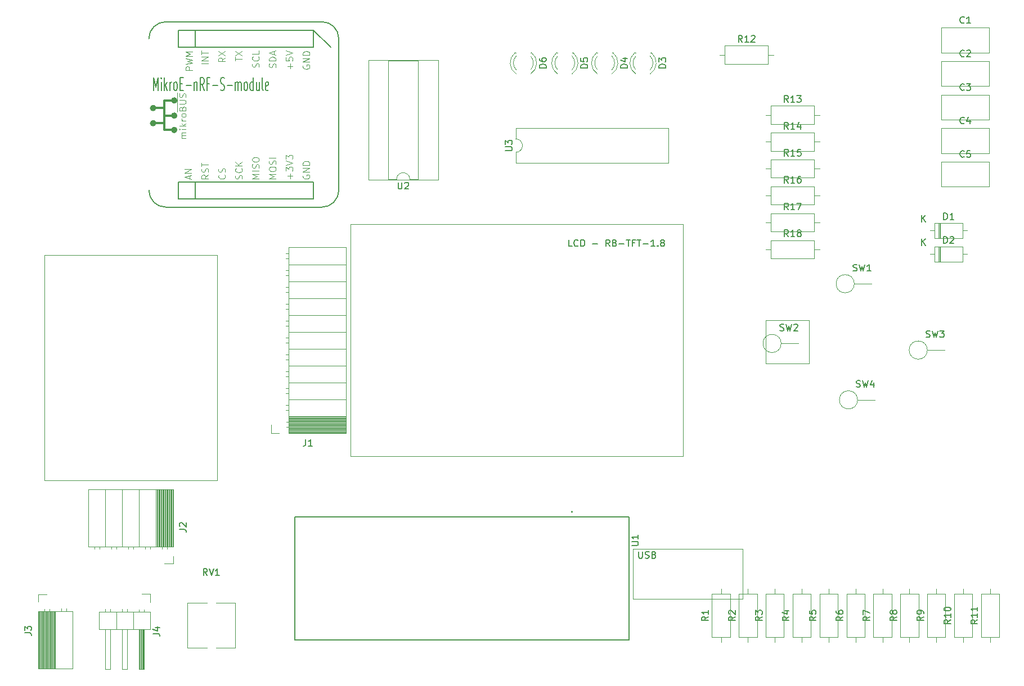
<source format=gbr>
%TF.GenerationSoftware,KiCad,Pcbnew,8.0.0*%
%TF.CreationDate,2024-03-14T09:13:49+01:00*%
%TF.ProjectId,Game_Board_v1,47616d65-5f42-46f6-9172-645f76312e6b,rev?*%
%TF.SameCoordinates,Original*%
%TF.FileFunction,Legend,Top*%
%TF.FilePolarity,Positive*%
%FSLAX46Y46*%
G04 Gerber Fmt 4.6, Leading zero omitted, Abs format (unit mm)*
G04 Created by KiCad (PCBNEW 8.0.0) date 2024-03-14 09:13:49*
%MOMM*%
%LPD*%
G01*
G04 APERTURE LIST*
%ADD10C,0.100000*%
%ADD11C,0.150000*%
%ADD12C,0.050000*%
%ADD13C,0.120000*%
%ADD14C,0.304800*%
%ADD15C,0.127000*%
%ADD16C,0.508000*%
%ADD17C,0.200000*%
G04 APERTURE END LIST*
D10*
X244500000Y-110000000D02*
X251000000Y-110000000D01*
X251000000Y-116500000D01*
X244500000Y-116500000D01*
X244500000Y-110000000D01*
X182000000Y-95500000D02*
X232000000Y-95500000D01*
X232000000Y-130500000D01*
X182000000Y-130500000D01*
X182000000Y-95500000D01*
X135900000Y-100150000D02*
X161900000Y-100150000D01*
X161900000Y-134150000D01*
X135900000Y-134150000D01*
X135900000Y-100150000D01*
X224500000Y-144500000D02*
X241000000Y-144500000D01*
X241000000Y-152000000D01*
X224500000Y-152000000D01*
X224500000Y-144500000D01*
D11*
X225336779Y-144869819D02*
X225336779Y-145679342D01*
X225336779Y-145679342D02*
X225384398Y-145774580D01*
X225384398Y-145774580D02*
X225432017Y-145822200D01*
X225432017Y-145822200D02*
X225527255Y-145869819D01*
X225527255Y-145869819D02*
X225717731Y-145869819D01*
X225717731Y-145869819D02*
X225812969Y-145822200D01*
X225812969Y-145822200D02*
X225860588Y-145774580D01*
X225860588Y-145774580D02*
X225908207Y-145679342D01*
X225908207Y-145679342D02*
X225908207Y-144869819D01*
X226336779Y-145822200D02*
X226479636Y-145869819D01*
X226479636Y-145869819D02*
X226717731Y-145869819D01*
X226717731Y-145869819D02*
X226812969Y-145822200D01*
X226812969Y-145822200D02*
X226860588Y-145774580D01*
X226860588Y-145774580D02*
X226908207Y-145679342D01*
X226908207Y-145679342D02*
X226908207Y-145584104D01*
X226908207Y-145584104D02*
X226860588Y-145488866D01*
X226860588Y-145488866D02*
X226812969Y-145441247D01*
X226812969Y-145441247D02*
X226717731Y-145393628D01*
X226717731Y-145393628D02*
X226527255Y-145346009D01*
X226527255Y-145346009D02*
X226432017Y-145298390D01*
X226432017Y-145298390D02*
X226384398Y-145250771D01*
X226384398Y-145250771D02*
X226336779Y-145155533D01*
X226336779Y-145155533D02*
X226336779Y-145060295D01*
X226336779Y-145060295D02*
X226384398Y-144965057D01*
X226384398Y-144965057D02*
X226432017Y-144917438D01*
X226432017Y-144917438D02*
X226527255Y-144869819D01*
X226527255Y-144869819D02*
X226765350Y-144869819D01*
X226765350Y-144869819D02*
X226908207Y-144917438D01*
X227670112Y-145346009D02*
X227812969Y-145393628D01*
X227812969Y-145393628D02*
X227860588Y-145441247D01*
X227860588Y-145441247D02*
X227908207Y-145536485D01*
X227908207Y-145536485D02*
X227908207Y-145679342D01*
X227908207Y-145679342D02*
X227860588Y-145774580D01*
X227860588Y-145774580D02*
X227812969Y-145822200D01*
X227812969Y-145822200D02*
X227717731Y-145869819D01*
X227717731Y-145869819D02*
X227336779Y-145869819D01*
X227336779Y-145869819D02*
X227336779Y-144869819D01*
X227336779Y-144869819D02*
X227670112Y-144869819D01*
X227670112Y-144869819D02*
X227765350Y-144917438D01*
X227765350Y-144917438D02*
X227812969Y-144965057D01*
X227812969Y-144965057D02*
X227860588Y-145060295D01*
X227860588Y-145060295D02*
X227860588Y-145155533D01*
X227860588Y-145155533D02*
X227812969Y-145250771D01*
X227812969Y-145250771D02*
X227765350Y-145298390D01*
X227765350Y-145298390D02*
X227670112Y-145346009D01*
X227670112Y-145346009D02*
X227336779Y-145346009D01*
X215312969Y-98869819D02*
X214836779Y-98869819D01*
X214836779Y-98869819D02*
X214836779Y-97869819D01*
X216217731Y-98774580D02*
X216170112Y-98822200D01*
X216170112Y-98822200D02*
X216027255Y-98869819D01*
X216027255Y-98869819D02*
X215932017Y-98869819D01*
X215932017Y-98869819D02*
X215789160Y-98822200D01*
X215789160Y-98822200D02*
X215693922Y-98726961D01*
X215693922Y-98726961D02*
X215646303Y-98631723D01*
X215646303Y-98631723D02*
X215598684Y-98441247D01*
X215598684Y-98441247D02*
X215598684Y-98298390D01*
X215598684Y-98298390D02*
X215646303Y-98107914D01*
X215646303Y-98107914D02*
X215693922Y-98012676D01*
X215693922Y-98012676D02*
X215789160Y-97917438D01*
X215789160Y-97917438D02*
X215932017Y-97869819D01*
X215932017Y-97869819D02*
X216027255Y-97869819D01*
X216027255Y-97869819D02*
X216170112Y-97917438D01*
X216170112Y-97917438D02*
X216217731Y-97965057D01*
X216646303Y-98869819D02*
X216646303Y-97869819D01*
X216646303Y-97869819D02*
X216884398Y-97869819D01*
X216884398Y-97869819D02*
X217027255Y-97917438D01*
X217027255Y-97917438D02*
X217122493Y-98012676D01*
X217122493Y-98012676D02*
X217170112Y-98107914D01*
X217170112Y-98107914D02*
X217217731Y-98298390D01*
X217217731Y-98298390D02*
X217217731Y-98441247D01*
X217217731Y-98441247D02*
X217170112Y-98631723D01*
X217170112Y-98631723D02*
X217122493Y-98726961D01*
X217122493Y-98726961D02*
X217027255Y-98822200D01*
X217027255Y-98822200D02*
X216884398Y-98869819D01*
X216884398Y-98869819D02*
X216646303Y-98869819D01*
X218408208Y-98488866D02*
X219170113Y-98488866D01*
X220979636Y-98869819D02*
X220646303Y-98393628D01*
X220408208Y-98869819D02*
X220408208Y-97869819D01*
X220408208Y-97869819D02*
X220789160Y-97869819D01*
X220789160Y-97869819D02*
X220884398Y-97917438D01*
X220884398Y-97917438D02*
X220932017Y-97965057D01*
X220932017Y-97965057D02*
X220979636Y-98060295D01*
X220979636Y-98060295D02*
X220979636Y-98203152D01*
X220979636Y-98203152D02*
X220932017Y-98298390D01*
X220932017Y-98298390D02*
X220884398Y-98346009D01*
X220884398Y-98346009D02*
X220789160Y-98393628D01*
X220789160Y-98393628D02*
X220408208Y-98393628D01*
X221741541Y-98346009D02*
X221884398Y-98393628D01*
X221884398Y-98393628D02*
X221932017Y-98441247D01*
X221932017Y-98441247D02*
X221979636Y-98536485D01*
X221979636Y-98536485D02*
X221979636Y-98679342D01*
X221979636Y-98679342D02*
X221932017Y-98774580D01*
X221932017Y-98774580D02*
X221884398Y-98822200D01*
X221884398Y-98822200D02*
X221789160Y-98869819D01*
X221789160Y-98869819D02*
X221408208Y-98869819D01*
X221408208Y-98869819D02*
X221408208Y-97869819D01*
X221408208Y-97869819D02*
X221741541Y-97869819D01*
X221741541Y-97869819D02*
X221836779Y-97917438D01*
X221836779Y-97917438D02*
X221884398Y-97965057D01*
X221884398Y-97965057D02*
X221932017Y-98060295D01*
X221932017Y-98060295D02*
X221932017Y-98155533D01*
X221932017Y-98155533D02*
X221884398Y-98250771D01*
X221884398Y-98250771D02*
X221836779Y-98298390D01*
X221836779Y-98298390D02*
X221741541Y-98346009D01*
X221741541Y-98346009D02*
X221408208Y-98346009D01*
X222408208Y-98488866D02*
X223170113Y-98488866D01*
X223503446Y-97869819D02*
X224074874Y-97869819D01*
X223789160Y-98869819D02*
X223789160Y-97869819D01*
X224741541Y-98346009D02*
X224408208Y-98346009D01*
X224408208Y-98869819D02*
X224408208Y-97869819D01*
X224408208Y-97869819D02*
X224884398Y-97869819D01*
X225122494Y-97869819D02*
X225693922Y-97869819D01*
X225408208Y-98869819D02*
X225408208Y-97869819D01*
X226027256Y-98488866D02*
X226789161Y-98488866D01*
X227789160Y-98869819D02*
X227217732Y-98869819D01*
X227503446Y-98869819D02*
X227503446Y-97869819D01*
X227503446Y-97869819D02*
X227408208Y-98012676D01*
X227408208Y-98012676D02*
X227312970Y-98107914D01*
X227312970Y-98107914D02*
X227217732Y-98155533D01*
X228217732Y-98774580D02*
X228265351Y-98822200D01*
X228265351Y-98822200D02*
X228217732Y-98869819D01*
X228217732Y-98869819D02*
X228170113Y-98822200D01*
X228170113Y-98822200D02*
X228217732Y-98774580D01*
X228217732Y-98774580D02*
X228217732Y-98869819D01*
X228836779Y-98298390D02*
X228741541Y-98250771D01*
X228741541Y-98250771D02*
X228693922Y-98203152D01*
X228693922Y-98203152D02*
X228646303Y-98107914D01*
X228646303Y-98107914D02*
X228646303Y-98060295D01*
X228646303Y-98060295D02*
X228693922Y-97965057D01*
X228693922Y-97965057D02*
X228741541Y-97917438D01*
X228741541Y-97917438D02*
X228836779Y-97869819D01*
X228836779Y-97869819D02*
X229027255Y-97869819D01*
X229027255Y-97869819D02*
X229122493Y-97917438D01*
X229122493Y-97917438D02*
X229170112Y-97965057D01*
X229170112Y-97965057D02*
X229217731Y-98060295D01*
X229217731Y-98060295D02*
X229217731Y-98107914D01*
X229217731Y-98107914D02*
X229170112Y-98203152D01*
X229170112Y-98203152D02*
X229122493Y-98250771D01*
X229122493Y-98250771D02*
X229027255Y-98298390D01*
X229027255Y-98298390D02*
X228836779Y-98298390D01*
X228836779Y-98298390D02*
X228741541Y-98346009D01*
X228741541Y-98346009D02*
X228693922Y-98393628D01*
X228693922Y-98393628D02*
X228646303Y-98488866D01*
X228646303Y-98488866D02*
X228646303Y-98679342D01*
X228646303Y-98679342D02*
X228693922Y-98774580D01*
X228693922Y-98774580D02*
X228741541Y-98822200D01*
X228741541Y-98822200D02*
X228836779Y-98869819D01*
X228836779Y-98869819D02*
X229027255Y-98869819D01*
X229027255Y-98869819D02*
X229122493Y-98822200D01*
X229122493Y-98822200D02*
X229170112Y-98774580D01*
X229170112Y-98774580D02*
X229217731Y-98679342D01*
X229217731Y-98679342D02*
X229217731Y-98488866D01*
X229217731Y-98488866D02*
X229170112Y-98393628D01*
X229170112Y-98393628D02*
X229122493Y-98346009D01*
X229122493Y-98346009D02*
X229027255Y-98298390D01*
X246626667Y-111537200D02*
X246769524Y-111584819D01*
X246769524Y-111584819D02*
X247007619Y-111584819D01*
X247007619Y-111584819D02*
X247102857Y-111537200D01*
X247102857Y-111537200D02*
X247150476Y-111489580D01*
X247150476Y-111489580D02*
X247198095Y-111394342D01*
X247198095Y-111394342D02*
X247198095Y-111299104D01*
X247198095Y-111299104D02*
X247150476Y-111203866D01*
X247150476Y-111203866D02*
X247102857Y-111156247D01*
X247102857Y-111156247D02*
X247007619Y-111108628D01*
X247007619Y-111108628D02*
X246817143Y-111061009D01*
X246817143Y-111061009D02*
X246721905Y-111013390D01*
X246721905Y-111013390D02*
X246674286Y-110965771D01*
X246674286Y-110965771D02*
X246626667Y-110870533D01*
X246626667Y-110870533D02*
X246626667Y-110775295D01*
X246626667Y-110775295D02*
X246674286Y-110680057D01*
X246674286Y-110680057D02*
X246721905Y-110632438D01*
X246721905Y-110632438D02*
X246817143Y-110584819D01*
X246817143Y-110584819D02*
X247055238Y-110584819D01*
X247055238Y-110584819D02*
X247198095Y-110632438D01*
X247531429Y-110584819D02*
X247769524Y-111584819D01*
X247769524Y-111584819D02*
X247960000Y-110870533D01*
X247960000Y-110870533D02*
X248150476Y-111584819D01*
X248150476Y-111584819D02*
X248388572Y-110584819D01*
X248721905Y-110680057D02*
X248769524Y-110632438D01*
X248769524Y-110632438D02*
X248864762Y-110584819D01*
X248864762Y-110584819D02*
X249102857Y-110584819D01*
X249102857Y-110584819D02*
X249198095Y-110632438D01*
X249198095Y-110632438D02*
X249245714Y-110680057D01*
X249245714Y-110680057D02*
X249293333Y-110775295D01*
X249293333Y-110775295D02*
X249293333Y-110870533D01*
X249293333Y-110870533D02*
X249245714Y-111013390D01*
X249245714Y-111013390D02*
X248674286Y-111584819D01*
X248674286Y-111584819D02*
X249293333Y-111584819D01*
X247877142Y-97404819D02*
X247543809Y-96928628D01*
X247305714Y-97404819D02*
X247305714Y-96404819D01*
X247305714Y-96404819D02*
X247686666Y-96404819D01*
X247686666Y-96404819D02*
X247781904Y-96452438D01*
X247781904Y-96452438D02*
X247829523Y-96500057D01*
X247829523Y-96500057D02*
X247877142Y-96595295D01*
X247877142Y-96595295D02*
X247877142Y-96738152D01*
X247877142Y-96738152D02*
X247829523Y-96833390D01*
X247829523Y-96833390D02*
X247781904Y-96881009D01*
X247781904Y-96881009D02*
X247686666Y-96928628D01*
X247686666Y-96928628D02*
X247305714Y-96928628D01*
X248829523Y-97404819D02*
X248258095Y-97404819D01*
X248543809Y-97404819D02*
X248543809Y-96404819D01*
X248543809Y-96404819D02*
X248448571Y-96547676D01*
X248448571Y-96547676D02*
X248353333Y-96642914D01*
X248353333Y-96642914D02*
X248258095Y-96690533D01*
X249400952Y-96833390D02*
X249305714Y-96785771D01*
X249305714Y-96785771D02*
X249258095Y-96738152D01*
X249258095Y-96738152D02*
X249210476Y-96642914D01*
X249210476Y-96642914D02*
X249210476Y-96595295D01*
X249210476Y-96595295D02*
X249258095Y-96500057D01*
X249258095Y-96500057D02*
X249305714Y-96452438D01*
X249305714Y-96452438D02*
X249400952Y-96404819D01*
X249400952Y-96404819D02*
X249591428Y-96404819D01*
X249591428Y-96404819D02*
X249686666Y-96452438D01*
X249686666Y-96452438D02*
X249734285Y-96500057D01*
X249734285Y-96500057D02*
X249781904Y-96595295D01*
X249781904Y-96595295D02*
X249781904Y-96642914D01*
X249781904Y-96642914D02*
X249734285Y-96738152D01*
X249734285Y-96738152D02*
X249686666Y-96785771D01*
X249686666Y-96785771D02*
X249591428Y-96833390D01*
X249591428Y-96833390D02*
X249400952Y-96833390D01*
X249400952Y-96833390D02*
X249305714Y-96881009D01*
X249305714Y-96881009D02*
X249258095Y-96928628D01*
X249258095Y-96928628D02*
X249210476Y-97023866D01*
X249210476Y-97023866D02*
X249210476Y-97214342D01*
X249210476Y-97214342D02*
X249258095Y-97309580D01*
X249258095Y-97309580D02*
X249305714Y-97357200D01*
X249305714Y-97357200D02*
X249400952Y-97404819D01*
X249400952Y-97404819D02*
X249591428Y-97404819D01*
X249591428Y-97404819D02*
X249686666Y-97357200D01*
X249686666Y-97357200D02*
X249734285Y-97309580D01*
X249734285Y-97309580D02*
X249781904Y-97214342D01*
X249781904Y-97214342D02*
X249781904Y-97023866D01*
X249781904Y-97023866D02*
X249734285Y-96928628D01*
X249734285Y-96928628D02*
X249686666Y-96881009D01*
X249686666Y-96881009D02*
X249591428Y-96833390D01*
X256084819Y-154666666D02*
X255608628Y-154999999D01*
X256084819Y-155238094D02*
X255084819Y-155238094D01*
X255084819Y-155238094D02*
X255084819Y-154857142D01*
X255084819Y-154857142D02*
X255132438Y-154761904D01*
X255132438Y-154761904D02*
X255180057Y-154714285D01*
X255180057Y-154714285D02*
X255275295Y-154666666D01*
X255275295Y-154666666D02*
X255418152Y-154666666D01*
X255418152Y-154666666D02*
X255513390Y-154714285D01*
X255513390Y-154714285D02*
X255561009Y-154761904D01*
X255561009Y-154761904D02*
X255608628Y-154857142D01*
X255608628Y-154857142D02*
X255608628Y-155238094D01*
X255084819Y-153809523D02*
X255084819Y-153999999D01*
X255084819Y-153999999D02*
X255132438Y-154095237D01*
X255132438Y-154095237D02*
X255180057Y-154142856D01*
X255180057Y-154142856D02*
X255322914Y-154238094D01*
X255322914Y-154238094D02*
X255513390Y-154285713D01*
X255513390Y-154285713D02*
X255894342Y-154285713D01*
X255894342Y-154285713D02*
X255989580Y-154238094D01*
X255989580Y-154238094D02*
X256037200Y-154190475D01*
X256037200Y-154190475D02*
X256084819Y-154095237D01*
X256084819Y-154095237D02*
X256084819Y-153904761D01*
X256084819Y-153904761D02*
X256037200Y-153809523D01*
X256037200Y-153809523D02*
X255989580Y-153761904D01*
X255989580Y-153761904D02*
X255894342Y-153714285D01*
X255894342Y-153714285D02*
X255656247Y-153714285D01*
X255656247Y-153714285D02*
X255561009Y-153761904D01*
X255561009Y-153761904D02*
X255513390Y-153809523D01*
X255513390Y-153809523D02*
X255465771Y-153904761D01*
X255465771Y-153904761D02*
X255465771Y-154095237D01*
X255465771Y-154095237D02*
X255513390Y-154190475D01*
X255513390Y-154190475D02*
X255561009Y-154238094D01*
X255561009Y-154238094D02*
X255656247Y-154285713D01*
X160419761Y-148439819D02*
X160086428Y-147963628D01*
X159848333Y-148439819D02*
X159848333Y-147439819D01*
X159848333Y-147439819D02*
X160229285Y-147439819D01*
X160229285Y-147439819D02*
X160324523Y-147487438D01*
X160324523Y-147487438D02*
X160372142Y-147535057D01*
X160372142Y-147535057D02*
X160419761Y-147630295D01*
X160419761Y-147630295D02*
X160419761Y-147773152D01*
X160419761Y-147773152D02*
X160372142Y-147868390D01*
X160372142Y-147868390D02*
X160324523Y-147916009D01*
X160324523Y-147916009D02*
X160229285Y-147963628D01*
X160229285Y-147963628D02*
X159848333Y-147963628D01*
X160705476Y-147439819D02*
X161038809Y-148439819D01*
X161038809Y-148439819D02*
X161372142Y-147439819D01*
X162229285Y-148439819D02*
X161657857Y-148439819D01*
X161943571Y-148439819D02*
X161943571Y-147439819D01*
X161943571Y-147439819D02*
X161848333Y-147582676D01*
X161848333Y-147582676D02*
X161753095Y-147677914D01*
X161753095Y-147677914D02*
X161657857Y-147725533D01*
X247877142Y-81204819D02*
X247543809Y-80728628D01*
X247305714Y-81204819D02*
X247305714Y-80204819D01*
X247305714Y-80204819D02*
X247686666Y-80204819D01*
X247686666Y-80204819D02*
X247781904Y-80252438D01*
X247781904Y-80252438D02*
X247829523Y-80300057D01*
X247829523Y-80300057D02*
X247877142Y-80395295D01*
X247877142Y-80395295D02*
X247877142Y-80538152D01*
X247877142Y-80538152D02*
X247829523Y-80633390D01*
X247829523Y-80633390D02*
X247781904Y-80681009D01*
X247781904Y-80681009D02*
X247686666Y-80728628D01*
X247686666Y-80728628D02*
X247305714Y-80728628D01*
X248829523Y-81204819D02*
X248258095Y-81204819D01*
X248543809Y-81204819D02*
X248543809Y-80204819D01*
X248543809Y-80204819D02*
X248448571Y-80347676D01*
X248448571Y-80347676D02*
X248353333Y-80442914D01*
X248353333Y-80442914D02*
X248258095Y-80490533D01*
X249686666Y-80538152D02*
X249686666Y-81204819D01*
X249448571Y-80157200D02*
X249210476Y-80871485D01*
X249210476Y-80871485D02*
X249829523Y-80871485D01*
X258126667Y-120037200D02*
X258269524Y-120084819D01*
X258269524Y-120084819D02*
X258507619Y-120084819D01*
X258507619Y-120084819D02*
X258602857Y-120037200D01*
X258602857Y-120037200D02*
X258650476Y-119989580D01*
X258650476Y-119989580D02*
X258698095Y-119894342D01*
X258698095Y-119894342D02*
X258698095Y-119799104D01*
X258698095Y-119799104D02*
X258650476Y-119703866D01*
X258650476Y-119703866D02*
X258602857Y-119656247D01*
X258602857Y-119656247D02*
X258507619Y-119608628D01*
X258507619Y-119608628D02*
X258317143Y-119561009D01*
X258317143Y-119561009D02*
X258221905Y-119513390D01*
X258221905Y-119513390D02*
X258174286Y-119465771D01*
X258174286Y-119465771D02*
X258126667Y-119370533D01*
X258126667Y-119370533D02*
X258126667Y-119275295D01*
X258126667Y-119275295D02*
X258174286Y-119180057D01*
X258174286Y-119180057D02*
X258221905Y-119132438D01*
X258221905Y-119132438D02*
X258317143Y-119084819D01*
X258317143Y-119084819D02*
X258555238Y-119084819D01*
X258555238Y-119084819D02*
X258698095Y-119132438D01*
X259031429Y-119084819D02*
X259269524Y-120084819D01*
X259269524Y-120084819D02*
X259460000Y-119370533D01*
X259460000Y-119370533D02*
X259650476Y-120084819D01*
X259650476Y-120084819D02*
X259888572Y-119084819D01*
X260698095Y-119418152D02*
X260698095Y-120084819D01*
X260460000Y-119037200D02*
X260221905Y-119751485D01*
X260221905Y-119751485D02*
X260840952Y-119751485D01*
X274333333Y-65159580D02*
X274285714Y-65207200D01*
X274285714Y-65207200D02*
X274142857Y-65254819D01*
X274142857Y-65254819D02*
X274047619Y-65254819D01*
X274047619Y-65254819D02*
X273904762Y-65207200D01*
X273904762Y-65207200D02*
X273809524Y-65111961D01*
X273809524Y-65111961D02*
X273761905Y-65016723D01*
X273761905Y-65016723D02*
X273714286Y-64826247D01*
X273714286Y-64826247D02*
X273714286Y-64683390D01*
X273714286Y-64683390D02*
X273761905Y-64492914D01*
X273761905Y-64492914D02*
X273809524Y-64397676D01*
X273809524Y-64397676D02*
X273904762Y-64302438D01*
X273904762Y-64302438D02*
X274047619Y-64254819D01*
X274047619Y-64254819D02*
X274142857Y-64254819D01*
X274142857Y-64254819D02*
X274285714Y-64302438D01*
X274285714Y-64302438D02*
X274333333Y-64350057D01*
X275285714Y-65254819D02*
X274714286Y-65254819D01*
X275000000Y-65254819D02*
X275000000Y-64254819D01*
X275000000Y-64254819D02*
X274904762Y-64397676D01*
X274904762Y-64397676D02*
X274809524Y-64492914D01*
X274809524Y-64492914D02*
X274714286Y-64540533D01*
X205304819Y-84451904D02*
X206114342Y-84451904D01*
X206114342Y-84451904D02*
X206209580Y-84404285D01*
X206209580Y-84404285D02*
X206257200Y-84356666D01*
X206257200Y-84356666D02*
X206304819Y-84261428D01*
X206304819Y-84261428D02*
X206304819Y-84070952D01*
X206304819Y-84070952D02*
X206257200Y-83975714D01*
X206257200Y-83975714D02*
X206209580Y-83928095D01*
X206209580Y-83928095D02*
X206114342Y-83880476D01*
X206114342Y-83880476D02*
X205304819Y-83880476D01*
X205304819Y-83499523D02*
X205304819Y-82880476D01*
X205304819Y-82880476D02*
X205685771Y-83213809D01*
X205685771Y-83213809D02*
X205685771Y-83070952D01*
X205685771Y-83070952D02*
X205733390Y-82975714D01*
X205733390Y-82975714D02*
X205781009Y-82928095D01*
X205781009Y-82928095D02*
X205876247Y-82880476D01*
X205876247Y-82880476D02*
X206114342Y-82880476D01*
X206114342Y-82880476D02*
X206209580Y-82928095D01*
X206209580Y-82928095D02*
X206257200Y-82975714D01*
X206257200Y-82975714D02*
X206304819Y-83070952D01*
X206304819Y-83070952D02*
X206304819Y-83356666D01*
X206304819Y-83356666D02*
X206257200Y-83451904D01*
X206257200Y-83451904D02*
X206209580Y-83499523D01*
X264184819Y-154666666D02*
X263708628Y-154999999D01*
X264184819Y-155238094D02*
X263184819Y-155238094D01*
X263184819Y-155238094D02*
X263184819Y-154857142D01*
X263184819Y-154857142D02*
X263232438Y-154761904D01*
X263232438Y-154761904D02*
X263280057Y-154714285D01*
X263280057Y-154714285D02*
X263375295Y-154666666D01*
X263375295Y-154666666D02*
X263518152Y-154666666D01*
X263518152Y-154666666D02*
X263613390Y-154714285D01*
X263613390Y-154714285D02*
X263661009Y-154761904D01*
X263661009Y-154761904D02*
X263708628Y-154857142D01*
X263708628Y-154857142D02*
X263708628Y-155238094D01*
X263613390Y-154095237D02*
X263565771Y-154190475D01*
X263565771Y-154190475D02*
X263518152Y-154238094D01*
X263518152Y-154238094D02*
X263422914Y-154285713D01*
X263422914Y-154285713D02*
X263375295Y-154285713D01*
X263375295Y-154285713D02*
X263280057Y-154238094D01*
X263280057Y-154238094D02*
X263232438Y-154190475D01*
X263232438Y-154190475D02*
X263184819Y-154095237D01*
X263184819Y-154095237D02*
X263184819Y-153904761D01*
X263184819Y-153904761D02*
X263232438Y-153809523D01*
X263232438Y-153809523D02*
X263280057Y-153761904D01*
X263280057Y-153761904D02*
X263375295Y-153714285D01*
X263375295Y-153714285D02*
X263422914Y-153714285D01*
X263422914Y-153714285D02*
X263518152Y-153761904D01*
X263518152Y-153761904D02*
X263565771Y-153809523D01*
X263565771Y-153809523D02*
X263613390Y-153904761D01*
X263613390Y-153904761D02*
X263613390Y-154095237D01*
X263613390Y-154095237D02*
X263661009Y-154190475D01*
X263661009Y-154190475D02*
X263708628Y-154238094D01*
X263708628Y-154238094D02*
X263803866Y-154285713D01*
X263803866Y-154285713D02*
X263994342Y-154285713D01*
X263994342Y-154285713D02*
X264089580Y-154238094D01*
X264089580Y-154238094D02*
X264137200Y-154190475D01*
X264137200Y-154190475D02*
X264184819Y-154095237D01*
X264184819Y-154095237D02*
X264184819Y-153904761D01*
X264184819Y-153904761D02*
X264137200Y-153809523D01*
X264137200Y-153809523D02*
X264089580Y-153761904D01*
X264089580Y-153761904D02*
X263994342Y-153714285D01*
X263994342Y-153714285D02*
X263803866Y-153714285D01*
X263803866Y-153714285D02*
X263708628Y-153761904D01*
X263708628Y-153761904D02*
X263661009Y-153809523D01*
X263661009Y-153809523D02*
X263613390Y-153904761D01*
X268234819Y-154666666D02*
X267758628Y-154999999D01*
X268234819Y-155238094D02*
X267234819Y-155238094D01*
X267234819Y-155238094D02*
X267234819Y-154857142D01*
X267234819Y-154857142D02*
X267282438Y-154761904D01*
X267282438Y-154761904D02*
X267330057Y-154714285D01*
X267330057Y-154714285D02*
X267425295Y-154666666D01*
X267425295Y-154666666D02*
X267568152Y-154666666D01*
X267568152Y-154666666D02*
X267663390Y-154714285D01*
X267663390Y-154714285D02*
X267711009Y-154761904D01*
X267711009Y-154761904D02*
X267758628Y-154857142D01*
X267758628Y-154857142D02*
X267758628Y-155238094D01*
X268234819Y-154190475D02*
X268234819Y-153999999D01*
X268234819Y-153999999D02*
X268187200Y-153904761D01*
X268187200Y-153904761D02*
X268139580Y-153857142D01*
X268139580Y-153857142D02*
X267996723Y-153761904D01*
X267996723Y-153761904D02*
X267806247Y-153714285D01*
X267806247Y-153714285D02*
X267425295Y-153714285D01*
X267425295Y-153714285D02*
X267330057Y-153761904D01*
X267330057Y-153761904D02*
X267282438Y-153809523D01*
X267282438Y-153809523D02*
X267234819Y-153904761D01*
X267234819Y-153904761D02*
X267234819Y-154095237D01*
X267234819Y-154095237D02*
X267282438Y-154190475D01*
X267282438Y-154190475D02*
X267330057Y-154238094D01*
X267330057Y-154238094D02*
X267425295Y-154285713D01*
X267425295Y-154285713D02*
X267663390Y-154285713D01*
X267663390Y-154285713D02*
X267758628Y-154238094D01*
X267758628Y-154238094D02*
X267806247Y-154190475D01*
X267806247Y-154190475D02*
X267853866Y-154095237D01*
X267853866Y-154095237D02*
X267853866Y-153904761D01*
X267853866Y-153904761D02*
X267806247Y-153809523D01*
X267806247Y-153809523D02*
X267758628Y-153761904D01*
X267758628Y-153761904D02*
X267663390Y-153714285D01*
X247877142Y-77154819D02*
X247543809Y-76678628D01*
X247305714Y-77154819D02*
X247305714Y-76154819D01*
X247305714Y-76154819D02*
X247686666Y-76154819D01*
X247686666Y-76154819D02*
X247781904Y-76202438D01*
X247781904Y-76202438D02*
X247829523Y-76250057D01*
X247829523Y-76250057D02*
X247877142Y-76345295D01*
X247877142Y-76345295D02*
X247877142Y-76488152D01*
X247877142Y-76488152D02*
X247829523Y-76583390D01*
X247829523Y-76583390D02*
X247781904Y-76631009D01*
X247781904Y-76631009D02*
X247686666Y-76678628D01*
X247686666Y-76678628D02*
X247305714Y-76678628D01*
X248829523Y-77154819D02*
X248258095Y-77154819D01*
X248543809Y-77154819D02*
X248543809Y-76154819D01*
X248543809Y-76154819D02*
X248448571Y-76297676D01*
X248448571Y-76297676D02*
X248353333Y-76392914D01*
X248353333Y-76392914D02*
X248258095Y-76440533D01*
X249162857Y-76154819D02*
X249781904Y-76154819D01*
X249781904Y-76154819D02*
X249448571Y-76535771D01*
X249448571Y-76535771D02*
X249591428Y-76535771D01*
X249591428Y-76535771D02*
X249686666Y-76583390D01*
X249686666Y-76583390D02*
X249734285Y-76631009D01*
X249734285Y-76631009D02*
X249781904Y-76726247D01*
X249781904Y-76726247D02*
X249781904Y-76964342D01*
X249781904Y-76964342D02*
X249734285Y-77059580D01*
X249734285Y-77059580D02*
X249686666Y-77107200D01*
X249686666Y-77107200D02*
X249591428Y-77154819D01*
X249591428Y-77154819D02*
X249305714Y-77154819D01*
X249305714Y-77154819D02*
X249210476Y-77107200D01*
X249210476Y-77107200D02*
X249162857Y-77059580D01*
X217649819Y-71968094D02*
X216649819Y-71968094D01*
X216649819Y-71968094D02*
X216649819Y-71729999D01*
X216649819Y-71729999D02*
X216697438Y-71587142D01*
X216697438Y-71587142D02*
X216792676Y-71491904D01*
X216792676Y-71491904D02*
X216887914Y-71444285D01*
X216887914Y-71444285D02*
X217078390Y-71396666D01*
X217078390Y-71396666D02*
X217221247Y-71396666D01*
X217221247Y-71396666D02*
X217411723Y-71444285D01*
X217411723Y-71444285D02*
X217506961Y-71491904D01*
X217506961Y-71491904D02*
X217602200Y-71587142D01*
X217602200Y-71587142D02*
X217649819Y-71729999D01*
X217649819Y-71729999D02*
X217649819Y-71968094D01*
X216649819Y-70491904D02*
X216649819Y-70968094D01*
X216649819Y-70968094D02*
X217126009Y-71015713D01*
X217126009Y-71015713D02*
X217078390Y-70968094D01*
X217078390Y-70968094D02*
X217030771Y-70872856D01*
X217030771Y-70872856D02*
X217030771Y-70634761D01*
X217030771Y-70634761D02*
X217078390Y-70539523D01*
X217078390Y-70539523D02*
X217126009Y-70491904D01*
X217126009Y-70491904D02*
X217221247Y-70444285D01*
X217221247Y-70444285D02*
X217459342Y-70444285D01*
X217459342Y-70444285D02*
X217554580Y-70491904D01*
X217554580Y-70491904D02*
X217602200Y-70539523D01*
X217602200Y-70539523D02*
X217649819Y-70634761D01*
X217649819Y-70634761D02*
X217649819Y-70872856D01*
X217649819Y-70872856D02*
X217602200Y-70968094D01*
X217602200Y-70968094D02*
X217554580Y-71015713D01*
X175246666Y-127954819D02*
X175246666Y-128669104D01*
X175246666Y-128669104D02*
X175199047Y-128811961D01*
X175199047Y-128811961D02*
X175103809Y-128907200D01*
X175103809Y-128907200D02*
X174960952Y-128954819D01*
X174960952Y-128954819D02*
X174865714Y-128954819D01*
X176246666Y-128954819D02*
X175675238Y-128954819D01*
X175960952Y-128954819D02*
X175960952Y-127954819D01*
X175960952Y-127954819D02*
X175865714Y-128097676D01*
X175865714Y-128097676D02*
X175770476Y-128192914D01*
X175770476Y-128192914D02*
X175675238Y-128240533D01*
X274333333Y-80309580D02*
X274285714Y-80357200D01*
X274285714Y-80357200D02*
X274142857Y-80404819D01*
X274142857Y-80404819D02*
X274047619Y-80404819D01*
X274047619Y-80404819D02*
X273904762Y-80357200D01*
X273904762Y-80357200D02*
X273809524Y-80261961D01*
X273809524Y-80261961D02*
X273761905Y-80166723D01*
X273761905Y-80166723D02*
X273714286Y-79976247D01*
X273714286Y-79976247D02*
X273714286Y-79833390D01*
X273714286Y-79833390D02*
X273761905Y-79642914D01*
X273761905Y-79642914D02*
X273809524Y-79547676D01*
X273809524Y-79547676D02*
X273904762Y-79452438D01*
X273904762Y-79452438D02*
X274047619Y-79404819D01*
X274047619Y-79404819D02*
X274142857Y-79404819D01*
X274142857Y-79404819D02*
X274285714Y-79452438D01*
X274285714Y-79452438D02*
X274333333Y-79500057D01*
X275190476Y-79738152D02*
X275190476Y-80404819D01*
X274952381Y-79357200D02*
X274714286Y-80071485D01*
X274714286Y-80071485D02*
X275333333Y-80071485D01*
X257626667Y-102537200D02*
X257769524Y-102584819D01*
X257769524Y-102584819D02*
X258007619Y-102584819D01*
X258007619Y-102584819D02*
X258102857Y-102537200D01*
X258102857Y-102537200D02*
X258150476Y-102489580D01*
X258150476Y-102489580D02*
X258198095Y-102394342D01*
X258198095Y-102394342D02*
X258198095Y-102299104D01*
X258198095Y-102299104D02*
X258150476Y-102203866D01*
X258150476Y-102203866D02*
X258102857Y-102156247D01*
X258102857Y-102156247D02*
X258007619Y-102108628D01*
X258007619Y-102108628D02*
X257817143Y-102061009D01*
X257817143Y-102061009D02*
X257721905Y-102013390D01*
X257721905Y-102013390D02*
X257674286Y-101965771D01*
X257674286Y-101965771D02*
X257626667Y-101870533D01*
X257626667Y-101870533D02*
X257626667Y-101775295D01*
X257626667Y-101775295D02*
X257674286Y-101680057D01*
X257674286Y-101680057D02*
X257721905Y-101632438D01*
X257721905Y-101632438D02*
X257817143Y-101584819D01*
X257817143Y-101584819D02*
X258055238Y-101584819D01*
X258055238Y-101584819D02*
X258198095Y-101632438D01*
X258531429Y-101584819D02*
X258769524Y-102584819D01*
X258769524Y-102584819D02*
X258960000Y-101870533D01*
X258960000Y-101870533D02*
X259150476Y-102584819D01*
X259150476Y-102584819D02*
X259388572Y-101584819D01*
X260293333Y-102584819D02*
X259721905Y-102584819D01*
X260007619Y-102584819D02*
X260007619Y-101584819D01*
X260007619Y-101584819D02*
X259912381Y-101727676D01*
X259912381Y-101727676D02*
X259817143Y-101822914D01*
X259817143Y-101822914D02*
X259721905Y-101870533D01*
X247877142Y-85254819D02*
X247543809Y-84778628D01*
X247305714Y-85254819D02*
X247305714Y-84254819D01*
X247305714Y-84254819D02*
X247686666Y-84254819D01*
X247686666Y-84254819D02*
X247781904Y-84302438D01*
X247781904Y-84302438D02*
X247829523Y-84350057D01*
X247829523Y-84350057D02*
X247877142Y-84445295D01*
X247877142Y-84445295D02*
X247877142Y-84588152D01*
X247877142Y-84588152D02*
X247829523Y-84683390D01*
X247829523Y-84683390D02*
X247781904Y-84731009D01*
X247781904Y-84731009D02*
X247686666Y-84778628D01*
X247686666Y-84778628D02*
X247305714Y-84778628D01*
X248829523Y-85254819D02*
X248258095Y-85254819D01*
X248543809Y-85254819D02*
X248543809Y-84254819D01*
X248543809Y-84254819D02*
X248448571Y-84397676D01*
X248448571Y-84397676D02*
X248353333Y-84492914D01*
X248353333Y-84492914D02*
X248258095Y-84540533D01*
X249734285Y-84254819D02*
X249258095Y-84254819D01*
X249258095Y-84254819D02*
X249210476Y-84731009D01*
X249210476Y-84731009D02*
X249258095Y-84683390D01*
X249258095Y-84683390D02*
X249353333Y-84635771D01*
X249353333Y-84635771D02*
X249591428Y-84635771D01*
X249591428Y-84635771D02*
X249686666Y-84683390D01*
X249686666Y-84683390D02*
X249734285Y-84731009D01*
X249734285Y-84731009D02*
X249781904Y-84826247D01*
X249781904Y-84826247D02*
X249781904Y-85064342D01*
X249781904Y-85064342D02*
X249734285Y-85159580D01*
X249734285Y-85159580D02*
X249686666Y-85207200D01*
X249686666Y-85207200D02*
X249591428Y-85254819D01*
X249591428Y-85254819D02*
X249353333Y-85254819D01*
X249353333Y-85254819D02*
X249258095Y-85207200D01*
X249258095Y-85207200D02*
X249210476Y-85159580D01*
X235834819Y-154666666D02*
X235358628Y-154999999D01*
X235834819Y-155238094D02*
X234834819Y-155238094D01*
X234834819Y-155238094D02*
X234834819Y-154857142D01*
X234834819Y-154857142D02*
X234882438Y-154761904D01*
X234882438Y-154761904D02*
X234930057Y-154714285D01*
X234930057Y-154714285D02*
X235025295Y-154666666D01*
X235025295Y-154666666D02*
X235168152Y-154666666D01*
X235168152Y-154666666D02*
X235263390Y-154714285D01*
X235263390Y-154714285D02*
X235311009Y-154761904D01*
X235311009Y-154761904D02*
X235358628Y-154857142D01*
X235358628Y-154857142D02*
X235358628Y-155238094D01*
X235834819Y-153714285D02*
X235834819Y-154285713D01*
X235834819Y-153999999D02*
X234834819Y-153999999D01*
X234834819Y-153999999D02*
X234977676Y-154095237D01*
X234977676Y-154095237D02*
X235072914Y-154190475D01*
X235072914Y-154190475D02*
X235120533Y-154285713D01*
X260134819Y-154666666D02*
X259658628Y-154999999D01*
X260134819Y-155238094D02*
X259134819Y-155238094D01*
X259134819Y-155238094D02*
X259134819Y-154857142D01*
X259134819Y-154857142D02*
X259182438Y-154761904D01*
X259182438Y-154761904D02*
X259230057Y-154714285D01*
X259230057Y-154714285D02*
X259325295Y-154666666D01*
X259325295Y-154666666D02*
X259468152Y-154666666D01*
X259468152Y-154666666D02*
X259563390Y-154714285D01*
X259563390Y-154714285D02*
X259611009Y-154761904D01*
X259611009Y-154761904D02*
X259658628Y-154857142D01*
X259658628Y-154857142D02*
X259658628Y-155238094D01*
X259134819Y-154333332D02*
X259134819Y-153666666D01*
X259134819Y-153666666D02*
X260134819Y-154095237D01*
X132984819Y-157113333D02*
X133699104Y-157113333D01*
X133699104Y-157113333D02*
X133841961Y-157160952D01*
X133841961Y-157160952D02*
X133937200Y-157256190D01*
X133937200Y-157256190D02*
X133984819Y-157399047D01*
X133984819Y-157399047D02*
X133984819Y-157494285D01*
X132984819Y-156732380D02*
X132984819Y-156113333D01*
X132984819Y-156113333D02*
X133365771Y-156446666D01*
X133365771Y-156446666D02*
X133365771Y-156303809D01*
X133365771Y-156303809D02*
X133413390Y-156208571D01*
X133413390Y-156208571D02*
X133461009Y-156160952D01*
X133461009Y-156160952D02*
X133556247Y-156113333D01*
X133556247Y-156113333D02*
X133794342Y-156113333D01*
X133794342Y-156113333D02*
X133889580Y-156160952D01*
X133889580Y-156160952D02*
X133937200Y-156208571D01*
X133937200Y-156208571D02*
X133984819Y-156303809D01*
X133984819Y-156303809D02*
X133984819Y-156589523D01*
X133984819Y-156589523D02*
X133937200Y-156684761D01*
X133937200Y-156684761D02*
X133889580Y-156732380D01*
X239884819Y-154666666D02*
X239408628Y-154999999D01*
X239884819Y-155238094D02*
X238884819Y-155238094D01*
X238884819Y-155238094D02*
X238884819Y-154857142D01*
X238884819Y-154857142D02*
X238932438Y-154761904D01*
X238932438Y-154761904D02*
X238980057Y-154714285D01*
X238980057Y-154714285D02*
X239075295Y-154666666D01*
X239075295Y-154666666D02*
X239218152Y-154666666D01*
X239218152Y-154666666D02*
X239313390Y-154714285D01*
X239313390Y-154714285D02*
X239361009Y-154761904D01*
X239361009Y-154761904D02*
X239408628Y-154857142D01*
X239408628Y-154857142D02*
X239408628Y-155238094D01*
X238980057Y-154285713D02*
X238932438Y-154238094D01*
X238932438Y-154238094D02*
X238884819Y-154142856D01*
X238884819Y-154142856D02*
X238884819Y-153904761D01*
X238884819Y-153904761D02*
X238932438Y-153809523D01*
X238932438Y-153809523D02*
X238980057Y-153761904D01*
X238980057Y-153761904D02*
X239075295Y-153714285D01*
X239075295Y-153714285D02*
X239170533Y-153714285D01*
X239170533Y-153714285D02*
X239313390Y-153761904D01*
X239313390Y-153761904D02*
X239884819Y-154333332D01*
X239884819Y-154333332D02*
X239884819Y-153714285D01*
X240937142Y-68084819D02*
X240603809Y-67608628D01*
X240365714Y-68084819D02*
X240365714Y-67084819D01*
X240365714Y-67084819D02*
X240746666Y-67084819D01*
X240746666Y-67084819D02*
X240841904Y-67132438D01*
X240841904Y-67132438D02*
X240889523Y-67180057D01*
X240889523Y-67180057D02*
X240937142Y-67275295D01*
X240937142Y-67275295D02*
X240937142Y-67418152D01*
X240937142Y-67418152D02*
X240889523Y-67513390D01*
X240889523Y-67513390D02*
X240841904Y-67561009D01*
X240841904Y-67561009D02*
X240746666Y-67608628D01*
X240746666Y-67608628D02*
X240365714Y-67608628D01*
X241889523Y-68084819D02*
X241318095Y-68084819D01*
X241603809Y-68084819D02*
X241603809Y-67084819D01*
X241603809Y-67084819D02*
X241508571Y-67227676D01*
X241508571Y-67227676D02*
X241413333Y-67322914D01*
X241413333Y-67322914D02*
X241318095Y-67370533D01*
X242270476Y-67180057D02*
X242318095Y-67132438D01*
X242318095Y-67132438D02*
X242413333Y-67084819D01*
X242413333Y-67084819D02*
X242651428Y-67084819D01*
X242651428Y-67084819D02*
X242746666Y-67132438D01*
X242746666Y-67132438D02*
X242794285Y-67180057D01*
X242794285Y-67180057D02*
X242841904Y-67275295D01*
X242841904Y-67275295D02*
X242841904Y-67370533D01*
X242841904Y-67370533D02*
X242794285Y-67513390D01*
X242794285Y-67513390D02*
X242222857Y-68084819D01*
X242222857Y-68084819D02*
X242841904Y-68084819D01*
X243934819Y-154666666D02*
X243458628Y-154999999D01*
X243934819Y-155238094D02*
X242934819Y-155238094D01*
X242934819Y-155238094D02*
X242934819Y-154857142D01*
X242934819Y-154857142D02*
X242982438Y-154761904D01*
X242982438Y-154761904D02*
X243030057Y-154714285D01*
X243030057Y-154714285D02*
X243125295Y-154666666D01*
X243125295Y-154666666D02*
X243268152Y-154666666D01*
X243268152Y-154666666D02*
X243363390Y-154714285D01*
X243363390Y-154714285D02*
X243411009Y-154761904D01*
X243411009Y-154761904D02*
X243458628Y-154857142D01*
X243458628Y-154857142D02*
X243458628Y-155238094D01*
X242934819Y-154333332D02*
X242934819Y-153714285D01*
X242934819Y-153714285D02*
X243315771Y-154047618D01*
X243315771Y-154047618D02*
X243315771Y-153904761D01*
X243315771Y-153904761D02*
X243363390Y-153809523D01*
X243363390Y-153809523D02*
X243411009Y-153761904D01*
X243411009Y-153761904D02*
X243506247Y-153714285D01*
X243506247Y-153714285D02*
X243744342Y-153714285D01*
X243744342Y-153714285D02*
X243839580Y-153761904D01*
X243839580Y-153761904D02*
X243887200Y-153809523D01*
X243887200Y-153809523D02*
X243934819Y-153904761D01*
X243934819Y-153904761D02*
X243934819Y-154190475D01*
X243934819Y-154190475D02*
X243887200Y-154285713D01*
X243887200Y-154285713D02*
X243839580Y-154333332D01*
X247877142Y-93354819D02*
X247543809Y-92878628D01*
X247305714Y-93354819D02*
X247305714Y-92354819D01*
X247305714Y-92354819D02*
X247686666Y-92354819D01*
X247686666Y-92354819D02*
X247781904Y-92402438D01*
X247781904Y-92402438D02*
X247829523Y-92450057D01*
X247829523Y-92450057D02*
X247877142Y-92545295D01*
X247877142Y-92545295D02*
X247877142Y-92688152D01*
X247877142Y-92688152D02*
X247829523Y-92783390D01*
X247829523Y-92783390D02*
X247781904Y-92831009D01*
X247781904Y-92831009D02*
X247686666Y-92878628D01*
X247686666Y-92878628D02*
X247305714Y-92878628D01*
X248829523Y-93354819D02*
X248258095Y-93354819D01*
X248543809Y-93354819D02*
X248543809Y-92354819D01*
X248543809Y-92354819D02*
X248448571Y-92497676D01*
X248448571Y-92497676D02*
X248353333Y-92592914D01*
X248353333Y-92592914D02*
X248258095Y-92640533D01*
X249162857Y-92354819D02*
X249829523Y-92354819D01*
X249829523Y-92354819D02*
X249400952Y-93354819D01*
X211414819Y-71968094D02*
X210414819Y-71968094D01*
X210414819Y-71968094D02*
X210414819Y-71729999D01*
X210414819Y-71729999D02*
X210462438Y-71587142D01*
X210462438Y-71587142D02*
X210557676Y-71491904D01*
X210557676Y-71491904D02*
X210652914Y-71444285D01*
X210652914Y-71444285D02*
X210843390Y-71396666D01*
X210843390Y-71396666D02*
X210986247Y-71396666D01*
X210986247Y-71396666D02*
X211176723Y-71444285D01*
X211176723Y-71444285D02*
X211271961Y-71491904D01*
X211271961Y-71491904D02*
X211367200Y-71587142D01*
X211367200Y-71587142D02*
X211414819Y-71729999D01*
X211414819Y-71729999D02*
X211414819Y-71968094D01*
X210414819Y-70539523D02*
X210414819Y-70729999D01*
X210414819Y-70729999D02*
X210462438Y-70825237D01*
X210462438Y-70825237D02*
X210510057Y-70872856D01*
X210510057Y-70872856D02*
X210652914Y-70968094D01*
X210652914Y-70968094D02*
X210843390Y-71015713D01*
X210843390Y-71015713D02*
X211224342Y-71015713D01*
X211224342Y-71015713D02*
X211319580Y-70968094D01*
X211319580Y-70968094D02*
X211367200Y-70920475D01*
X211367200Y-70920475D02*
X211414819Y-70825237D01*
X211414819Y-70825237D02*
X211414819Y-70634761D01*
X211414819Y-70634761D02*
X211367200Y-70539523D01*
X211367200Y-70539523D02*
X211319580Y-70491904D01*
X211319580Y-70491904D02*
X211224342Y-70444285D01*
X211224342Y-70444285D02*
X210986247Y-70444285D01*
X210986247Y-70444285D02*
X210891009Y-70491904D01*
X210891009Y-70491904D02*
X210843390Y-70539523D01*
X210843390Y-70539523D02*
X210795771Y-70634761D01*
X210795771Y-70634761D02*
X210795771Y-70825237D01*
X210795771Y-70825237D02*
X210843390Y-70920475D01*
X210843390Y-70920475D02*
X210891009Y-70968094D01*
X210891009Y-70968094D02*
X210986247Y-71015713D01*
X274333333Y-85359580D02*
X274285714Y-85407200D01*
X274285714Y-85407200D02*
X274142857Y-85454819D01*
X274142857Y-85454819D02*
X274047619Y-85454819D01*
X274047619Y-85454819D02*
X273904762Y-85407200D01*
X273904762Y-85407200D02*
X273809524Y-85311961D01*
X273809524Y-85311961D02*
X273761905Y-85216723D01*
X273761905Y-85216723D02*
X273714286Y-85026247D01*
X273714286Y-85026247D02*
X273714286Y-84883390D01*
X273714286Y-84883390D02*
X273761905Y-84692914D01*
X273761905Y-84692914D02*
X273809524Y-84597676D01*
X273809524Y-84597676D02*
X273904762Y-84502438D01*
X273904762Y-84502438D02*
X274047619Y-84454819D01*
X274047619Y-84454819D02*
X274142857Y-84454819D01*
X274142857Y-84454819D02*
X274285714Y-84502438D01*
X274285714Y-84502438D02*
X274333333Y-84550057D01*
X275238095Y-84454819D02*
X274761905Y-84454819D01*
X274761905Y-84454819D02*
X274714286Y-84931009D01*
X274714286Y-84931009D02*
X274761905Y-84883390D01*
X274761905Y-84883390D02*
X274857143Y-84835771D01*
X274857143Y-84835771D02*
X275095238Y-84835771D01*
X275095238Y-84835771D02*
X275190476Y-84883390D01*
X275190476Y-84883390D02*
X275238095Y-84931009D01*
X275238095Y-84931009D02*
X275285714Y-85026247D01*
X275285714Y-85026247D02*
X275285714Y-85264342D01*
X275285714Y-85264342D02*
X275238095Y-85359580D01*
X275238095Y-85359580D02*
X275190476Y-85407200D01*
X275190476Y-85407200D02*
X275095238Y-85454819D01*
X275095238Y-85454819D02*
X274857143Y-85454819D01*
X274857143Y-85454819D02*
X274761905Y-85407200D01*
X274761905Y-85407200D02*
X274714286Y-85359580D01*
X189153095Y-89229819D02*
X189153095Y-90039342D01*
X189153095Y-90039342D02*
X189200714Y-90134580D01*
X189200714Y-90134580D02*
X189248333Y-90182200D01*
X189248333Y-90182200D02*
X189343571Y-90229819D01*
X189343571Y-90229819D02*
X189534047Y-90229819D01*
X189534047Y-90229819D02*
X189629285Y-90182200D01*
X189629285Y-90182200D02*
X189676904Y-90134580D01*
X189676904Y-90134580D02*
X189724523Y-90039342D01*
X189724523Y-90039342D02*
X189724523Y-89229819D01*
X190153095Y-89325057D02*
X190200714Y-89277438D01*
X190200714Y-89277438D02*
X190295952Y-89229819D01*
X190295952Y-89229819D02*
X190534047Y-89229819D01*
X190534047Y-89229819D02*
X190629285Y-89277438D01*
X190629285Y-89277438D02*
X190676904Y-89325057D01*
X190676904Y-89325057D02*
X190724523Y-89420295D01*
X190724523Y-89420295D02*
X190724523Y-89515533D01*
X190724523Y-89515533D02*
X190676904Y-89658390D01*
X190676904Y-89658390D02*
X190105476Y-90229819D01*
X190105476Y-90229819D02*
X190724523Y-90229819D01*
X272284819Y-155142857D02*
X271808628Y-155476190D01*
X272284819Y-155714285D02*
X271284819Y-155714285D01*
X271284819Y-155714285D02*
X271284819Y-155333333D01*
X271284819Y-155333333D02*
X271332438Y-155238095D01*
X271332438Y-155238095D02*
X271380057Y-155190476D01*
X271380057Y-155190476D02*
X271475295Y-155142857D01*
X271475295Y-155142857D02*
X271618152Y-155142857D01*
X271618152Y-155142857D02*
X271713390Y-155190476D01*
X271713390Y-155190476D02*
X271761009Y-155238095D01*
X271761009Y-155238095D02*
X271808628Y-155333333D01*
X271808628Y-155333333D02*
X271808628Y-155714285D01*
X272284819Y-154190476D02*
X272284819Y-154761904D01*
X272284819Y-154476190D02*
X271284819Y-154476190D01*
X271284819Y-154476190D02*
X271427676Y-154571428D01*
X271427676Y-154571428D02*
X271522914Y-154666666D01*
X271522914Y-154666666D02*
X271570533Y-154761904D01*
X271284819Y-153571428D02*
X271284819Y-153476190D01*
X271284819Y-153476190D02*
X271332438Y-153380952D01*
X271332438Y-153380952D02*
X271380057Y-153333333D01*
X271380057Y-153333333D02*
X271475295Y-153285714D01*
X271475295Y-153285714D02*
X271665771Y-153238095D01*
X271665771Y-153238095D02*
X271903866Y-153238095D01*
X271903866Y-153238095D02*
X272094342Y-153285714D01*
X272094342Y-153285714D02*
X272189580Y-153333333D01*
X272189580Y-153333333D02*
X272237200Y-153380952D01*
X272237200Y-153380952D02*
X272284819Y-153476190D01*
X272284819Y-153476190D02*
X272284819Y-153571428D01*
X272284819Y-153571428D02*
X272237200Y-153666666D01*
X272237200Y-153666666D02*
X272189580Y-153714285D01*
X272189580Y-153714285D02*
X272094342Y-153761904D01*
X272094342Y-153761904D02*
X271903866Y-153809523D01*
X271903866Y-153809523D02*
X271665771Y-153809523D01*
X271665771Y-153809523D02*
X271475295Y-153761904D01*
X271475295Y-153761904D02*
X271380057Y-153714285D01*
X271380057Y-153714285D02*
X271332438Y-153666666D01*
X271332438Y-153666666D02*
X271284819Y-153571428D01*
X274333333Y-70209580D02*
X274285714Y-70257200D01*
X274285714Y-70257200D02*
X274142857Y-70304819D01*
X274142857Y-70304819D02*
X274047619Y-70304819D01*
X274047619Y-70304819D02*
X273904762Y-70257200D01*
X273904762Y-70257200D02*
X273809524Y-70161961D01*
X273809524Y-70161961D02*
X273761905Y-70066723D01*
X273761905Y-70066723D02*
X273714286Y-69876247D01*
X273714286Y-69876247D02*
X273714286Y-69733390D01*
X273714286Y-69733390D02*
X273761905Y-69542914D01*
X273761905Y-69542914D02*
X273809524Y-69447676D01*
X273809524Y-69447676D02*
X273904762Y-69352438D01*
X273904762Y-69352438D02*
X274047619Y-69304819D01*
X274047619Y-69304819D02*
X274142857Y-69304819D01*
X274142857Y-69304819D02*
X274285714Y-69352438D01*
X274285714Y-69352438D02*
X274333333Y-69400057D01*
X274714286Y-69400057D02*
X274761905Y-69352438D01*
X274761905Y-69352438D02*
X274857143Y-69304819D01*
X274857143Y-69304819D02*
X275095238Y-69304819D01*
X275095238Y-69304819D02*
X275190476Y-69352438D01*
X275190476Y-69352438D02*
X275238095Y-69400057D01*
X275238095Y-69400057D02*
X275285714Y-69495295D01*
X275285714Y-69495295D02*
X275285714Y-69590533D01*
X275285714Y-69590533D02*
X275238095Y-69733390D01*
X275238095Y-69733390D02*
X274666667Y-70304819D01*
X274666667Y-70304819D02*
X275285714Y-70304819D01*
X271261905Y-98384819D02*
X271261905Y-97384819D01*
X271261905Y-97384819D02*
X271500000Y-97384819D01*
X271500000Y-97384819D02*
X271642857Y-97432438D01*
X271642857Y-97432438D02*
X271738095Y-97527676D01*
X271738095Y-97527676D02*
X271785714Y-97622914D01*
X271785714Y-97622914D02*
X271833333Y-97813390D01*
X271833333Y-97813390D02*
X271833333Y-97956247D01*
X271833333Y-97956247D02*
X271785714Y-98146723D01*
X271785714Y-98146723D02*
X271738095Y-98241961D01*
X271738095Y-98241961D02*
X271642857Y-98337200D01*
X271642857Y-98337200D02*
X271500000Y-98384819D01*
X271500000Y-98384819D02*
X271261905Y-98384819D01*
X272214286Y-97480057D02*
X272261905Y-97432438D01*
X272261905Y-97432438D02*
X272357143Y-97384819D01*
X272357143Y-97384819D02*
X272595238Y-97384819D01*
X272595238Y-97384819D02*
X272690476Y-97432438D01*
X272690476Y-97432438D02*
X272738095Y-97480057D01*
X272738095Y-97480057D02*
X272785714Y-97575295D01*
X272785714Y-97575295D02*
X272785714Y-97670533D01*
X272785714Y-97670533D02*
X272738095Y-97813390D01*
X272738095Y-97813390D02*
X272166667Y-98384819D01*
X272166667Y-98384819D02*
X272785714Y-98384819D01*
X267928095Y-98704819D02*
X267928095Y-97704819D01*
X268499523Y-98704819D02*
X268070952Y-98133390D01*
X268499523Y-97704819D02*
X267928095Y-98276247D01*
X271261905Y-94834819D02*
X271261905Y-93834819D01*
X271261905Y-93834819D02*
X271500000Y-93834819D01*
X271500000Y-93834819D02*
X271642857Y-93882438D01*
X271642857Y-93882438D02*
X271738095Y-93977676D01*
X271738095Y-93977676D02*
X271785714Y-94072914D01*
X271785714Y-94072914D02*
X271833333Y-94263390D01*
X271833333Y-94263390D02*
X271833333Y-94406247D01*
X271833333Y-94406247D02*
X271785714Y-94596723D01*
X271785714Y-94596723D02*
X271738095Y-94691961D01*
X271738095Y-94691961D02*
X271642857Y-94787200D01*
X271642857Y-94787200D02*
X271500000Y-94834819D01*
X271500000Y-94834819D02*
X271261905Y-94834819D01*
X272785714Y-94834819D02*
X272214286Y-94834819D01*
X272500000Y-94834819D02*
X272500000Y-93834819D01*
X272500000Y-93834819D02*
X272404762Y-93977676D01*
X272404762Y-93977676D02*
X272309524Y-94072914D01*
X272309524Y-94072914D02*
X272214286Y-94120533D01*
X267928095Y-95154819D02*
X267928095Y-94154819D01*
X268499523Y-95154819D02*
X268070952Y-94583390D01*
X268499523Y-94154819D02*
X267928095Y-94726247D01*
X247877142Y-89304819D02*
X247543809Y-88828628D01*
X247305714Y-89304819D02*
X247305714Y-88304819D01*
X247305714Y-88304819D02*
X247686666Y-88304819D01*
X247686666Y-88304819D02*
X247781904Y-88352438D01*
X247781904Y-88352438D02*
X247829523Y-88400057D01*
X247829523Y-88400057D02*
X247877142Y-88495295D01*
X247877142Y-88495295D02*
X247877142Y-88638152D01*
X247877142Y-88638152D02*
X247829523Y-88733390D01*
X247829523Y-88733390D02*
X247781904Y-88781009D01*
X247781904Y-88781009D02*
X247686666Y-88828628D01*
X247686666Y-88828628D02*
X247305714Y-88828628D01*
X248829523Y-89304819D02*
X248258095Y-89304819D01*
X248543809Y-89304819D02*
X248543809Y-88304819D01*
X248543809Y-88304819D02*
X248448571Y-88447676D01*
X248448571Y-88447676D02*
X248353333Y-88542914D01*
X248353333Y-88542914D02*
X248258095Y-88590533D01*
X249686666Y-88304819D02*
X249496190Y-88304819D01*
X249496190Y-88304819D02*
X249400952Y-88352438D01*
X249400952Y-88352438D02*
X249353333Y-88400057D01*
X249353333Y-88400057D02*
X249258095Y-88542914D01*
X249258095Y-88542914D02*
X249210476Y-88733390D01*
X249210476Y-88733390D02*
X249210476Y-89114342D01*
X249210476Y-89114342D02*
X249258095Y-89209580D01*
X249258095Y-89209580D02*
X249305714Y-89257200D01*
X249305714Y-89257200D02*
X249400952Y-89304819D01*
X249400952Y-89304819D02*
X249591428Y-89304819D01*
X249591428Y-89304819D02*
X249686666Y-89257200D01*
X249686666Y-89257200D02*
X249734285Y-89209580D01*
X249734285Y-89209580D02*
X249781904Y-89114342D01*
X249781904Y-89114342D02*
X249781904Y-88876247D01*
X249781904Y-88876247D02*
X249734285Y-88781009D01*
X249734285Y-88781009D02*
X249686666Y-88733390D01*
X249686666Y-88733390D02*
X249591428Y-88685771D01*
X249591428Y-88685771D02*
X249400952Y-88685771D01*
X249400952Y-88685771D02*
X249305714Y-88733390D01*
X249305714Y-88733390D02*
X249258095Y-88781009D01*
X249258095Y-88781009D02*
X249210476Y-88876247D01*
X276334819Y-155142857D02*
X275858628Y-155476190D01*
X276334819Y-155714285D02*
X275334819Y-155714285D01*
X275334819Y-155714285D02*
X275334819Y-155333333D01*
X275334819Y-155333333D02*
X275382438Y-155238095D01*
X275382438Y-155238095D02*
X275430057Y-155190476D01*
X275430057Y-155190476D02*
X275525295Y-155142857D01*
X275525295Y-155142857D02*
X275668152Y-155142857D01*
X275668152Y-155142857D02*
X275763390Y-155190476D01*
X275763390Y-155190476D02*
X275811009Y-155238095D01*
X275811009Y-155238095D02*
X275858628Y-155333333D01*
X275858628Y-155333333D02*
X275858628Y-155714285D01*
X276334819Y-154190476D02*
X276334819Y-154761904D01*
X276334819Y-154476190D02*
X275334819Y-154476190D01*
X275334819Y-154476190D02*
X275477676Y-154571428D01*
X275477676Y-154571428D02*
X275572914Y-154666666D01*
X275572914Y-154666666D02*
X275620533Y-154761904D01*
X276334819Y-153238095D02*
X276334819Y-153809523D01*
X276334819Y-153523809D02*
X275334819Y-153523809D01*
X275334819Y-153523809D02*
X275477676Y-153619047D01*
X275477676Y-153619047D02*
X275572914Y-153714285D01*
X275572914Y-153714285D02*
X275620533Y-153809523D01*
X156224819Y-141503333D02*
X156939104Y-141503333D01*
X156939104Y-141503333D02*
X157081961Y-141550952D01*
X157081961Y-141550952D02*
X157177200Y-141646190D01*
X157177200Y-141646190D02*
X157224819Y-141789047D01*
X157224819Y-141789047D02*
X157224819Y-141884285D01*
X156320057Y-141074761D02*
X156272438Y-141027142D01*
X156272438Y-141027142D02*
X156224819Y-140931904D01*
X156224819Y-140931904D02*
X156224819Y-140693809D01*
X156224819Y-140693809D02*
X156272438Y-140598571D01*
X156272438Y-140598571D02*
X156320057Y-140550952D01*
X156320057Y-140550952D02*
X156415295Y-140503333D01*
X156415295Y-140503333D02*
X156510533Y-140503333D01*
X156510533Y-140503333D02*
X156653390Y-140550952D01*
X156653390Y-140550952D02*
X157224819Y-141122380D01*
X157224819Y-141122380D02*
X157224819Y-140503333D01*
X223649819Y-71968094D02*
X222649819Y-71968094D01*
X222649819Y-71968094D02*
X222649819Y-71729999D01*
X222649819Y-71729999D02*
X222697438Y-71587142D01*
X222697438Y-71587142D02*
X222792676Y-71491904D01*
X222792676Y-71491904D02*
X222887914Y-71444285D01*
X222887914Y-71444285D02*
X223078390Y-71396666D01*
X223078390Y-71396666D02*
X223221247Y-71396666D01*
X223221247Y-71396666D02*
X223411723Y-71444285D01*
X223411723Y-71444285D02*
X223506961Y-71491904D01*
X223506961Y-71491904D02*
X223602200Y-71587142D01*
X223602200Y-71587142D02*
X223649819Y-71729999D01*
X223649819Y-71729999D02*
X223649819Y-71968094D01*
X222983152Y-70539523D02*
X223649819Y-70539523D01*
X222602200Y-70777618D02*
X223316485Y-71015713D01*
X223316485Y-71015713D02*
X223316485Y-70396666D01*
X252034819Y-154666666D02*
X251558628Y-154999999D01*
X252034819Y-155238094D02*
X251034819Y-155238094D01*
X251034819Y-155238094D02*
X251034819Y-154857142D01*
X251034819Y-154857142D02*
X251082438Y-154761904D01*
X251082438Y-154761904D02*
X251130057Y-154714285D01*
X251130057Y-154714285D02*
X251225295Y-154666666D01*
X251225295Y-154666666D02*
X251368152Y-154666666D01*
X251368152Y-154666666D02*
X251463390Y-154714285D01*
X251463390Y-154714285D02*
X251511009Y-154761904D01*
X251511009Y-154761904D02*
X251558628Y-154857142D01*
X251558628Y-154857142D02*
X251558628Y-155238094D01*
X251034819Y-153761904D02*
X251034819Y-154238094D01*
X251034819Y-154238094D02*
X251511009Y-154285713D01*
X251511009Y-154285713D02*
X251463390Y-154238094D01*
X251463390Y-154238094D02*
X251415771Y-154142856D01*
X251415771Y-154142856D02*
X251415771Y-153904761D01*
X251415771Y-153904761D02*
X251463390Y-153809523D01*
X251463390Y-153809523D02*
X251511009Y-153761904D01*
X251511009Y-153761904D02*
X251606247Y-153714285D01*
X251606247Y-153714285D02*
X251844342Y-153714285D01*
X251844342Y-153714285D02*
X251939580Y-153761904D01*
X251939580Y-153761904D02*
X251987200Y-153809523D01*
X251987200Y-153809523D02*
X252034819Y-153904761D01*
X252034819Y-153904761D02*
X252034819Y-154142856D01*
X252034819Y-154142856D02*
X251987200Y-154238094D01*
X251987200Y-154238094D02*
X251939580Y-154285713D01*
X229414819Y-71968094D02*
X228414819Y-71968094D01*
X228414819Y-71968094D02*
X228414819Y-71729999D01*
X228414819Y-71729999D02*
X228462438Y-71587142D01*
X228462438Y-71587142D02*
X228557676Y-71491904D01*
X228557676Y-71491904D02*
X228652914Y-71444285D01*
X228652914Y-71444285D02*
X228843390Y-71396666D01*
X228843390Y-71396666D02*
X228986247Y-71396666D01*
X228986247Y-71396666D02*
X229176723Y-71444285D01*
X229176723Y-71444285D02*
X229271961Y-71491904D01*
X229271961Y-71491904D02*
X229367200Y-71587142D01*
X229367200Y-71587142D02*
X229414819Y-71729999D01*
X229414819Y-71729999D02*
X229414819Y-71968094D01*
X228414819Y-71063332D02*
X228414819Y-70444285D01*
X228414819Y-70444285D02*
X228795771Y-70777618D01*
X228795771Y-70777618D02*
X228795771Y-70634761D01*
X228795771Y-70634761D02*
X228843390Y-70539523D01*
X228843390Y-70539523D02*
X228891009Y-70491904D01*
X228891009Y-70491904D02*
X228986247Y-70444285D01*
X228986247Y-70444285D02*
X229224342Y-70444285D01*
X229224342Y-70444285D02*
X229319580Y-70491904D01*
X229319580Y-70491904D02*
X229367200Y-70539523D01*
X229367200Y-70539523D02*
X229414819Y-70634761D01*
X229414819Y-70634761D02*
X229414819Y-70920475D01*
X229414819Y-70920475D02*
X229367200Y-71015713D01*
X229367200Y-71015713D02*
X229319580Y-71063332D01*
X152380952Y-75417438D02*
X152380952Y-73417438D01*
X152380952Y-73417438D02*
X152714285Y-74846009D01*
X152714285Y-74846009D02*
X153047618Y-73417438D01*
X153047618Y-73417438D02*
X153047618Y-75417438D01*
X153523809Y-75417438D02*
X153523809Y-74084104D01*
X153523809Y-73417438D02*
X153476190Y-73512676D01*
X153476190Y-73512676D02*
X153523809Y-73607914D01*
X153523809Y-73607914D02*
X153571428Y-73512676D01*
X153571428Y-73512676D02*
X153523809Y-73417438D01*
X153523809Y-73417438D02*
X153523809Y-73607914D01*
X153999999Y-75417438D02*
X153999999Y-73417438D01*
X154095237Y-74655533D02*
X154380951Y-75417438D01*
X154380951Y-74084104D02*
X153999999Y-74846009D01*
X154809523Y-75417438D02*
X154809523Y-74084104D01*
X154809523Y-74465057D02*
X154857142Y-74274580D01*
X154857142Y-74274580D02*
X154904761Y-74179342D01*
X154904761Y-74179342D02*
X154999999Y-74084104D01*
X154999999Y-74084104D02*
X155095237Y-74084104D01*
X155571428Y-75417438D02*
X155476190Y-75322200D01*
X155476190Y-75322200D02*
X155428571Y-75226961D01*
X155428571Y-75226961D02*
X155380952Y-75036485D01*
X155380952Y-75036485D02*
X155380952Y-74465057D01*
X155380952Y-74465057D02*
X155428571Y-74274580D01*
X155428571Y-74274580D02*
X155476190Y-74179342D01*
X155476190Y-74179342D02*
X155571428Y-74084104D01*
X155571428Y-74084104D02*
X155714285Y-74084104D01*
X155714285Y-74084104D02*
X155809523Y-74179342D01*
X155809523Y-74179342D02*
X155857142Y-74274580D01*
X155857142Y-74274580D02*
X155904761Y-74465057D01*
X155904761Y-74465057D02*
X155904761Y-75036485D01*
X155904761Y-75036485D02*
X155857142Y-75226961D01*
X155857142Y-75226961D02*
X155809523Y-75322200D01*
X155809523Y-75322200D02*
X155714285Y-75417438D01*
X155714285Y-75417438D02*
X155571428Y-75417438D01*
X156333333Y-74369819D02*
X156666666Y-74369819D01*
X156809523Y-75417438D02*
X156333333Y-75417438D01*
X156333333Y-75417438D02*
X156333333Y-73417438D01*
X156333333Y-73417438D02*
X156809523Y-73417438D01*
X157238095Y-74655533D02*
X158000000Y-74655533D01*
X158476190Y-74084104D02*
X158476190Y-75417438D01*
X158476190Y-74274580D02*
X158523809Y-74179342D01*
X158523809Y-74179342D02*
X158619047Y-74084104D01*
X158619047Y-74084104D02*
X158761904Y-74084104D01*
X158761904Y-74084104D02*
X158857142Y-74179342D01*
X158857142Y-74179342D02*
X158904761Y-74369819D01*
X158904761Y-74369819D02*
X158904761Y-75417438D01*
X159952380Y-75417438D02*
X159619047Y-74465057D01*
X159380952Y-75417438D02*
X159380952Y-73417438D01*
X159380952Y-73417438D02*
X159761904Y-73417438D01*
X159761904Y-73417438D02*
X159857142Y-73512676D01*
X159857142Y-73512676D02*
X159904761Y-73607914D01*
X159904761Y-73607914D02*
X159952380Y-73798390D01*
X159952380Y-73798390D02*
X159952380Y-74084104D01*
X159952380Y-74084104D02*
X159904761Y-74274580D01*
X159904761Y-74274580D02*
X159857142Y-74369819D01*
X159857142Y-74369819D02*
X159761904Y-74465057D01*
X159761904Y-74465057D02*
X159380952Y-74465057D01*
X160714285Y-74369819D02*
X160380952Y-74369819D01*
X160380952Y-75417438D02*
X160380952Y-73417438D01*
X160380952Y-73417438D02*
X160857142Y-73417438D01*
X161238095Y-74655533D02*
X162000000Y-74655533D01*
X162428571Y-75322200D02*
X162571428Y-75417438D01*
X162571428Y-75417438D02*
X162809523Y-75417438D01*
X162809523Y-75417438D02*
X162904761Y-75322200D01*
X162904761Y-75322200D02*
X162952380Y-75226961D01*
X162952380Y-75226961D02*
X162999999Y-75036485D01*
X162999999Y-75036485D02*
X162999999Y-74846009D01*
X162999999Y-74846009D02*
X162952380Y-74655533D01*
X162952380Y-74655533D02*
X162904761Y-74560295D01*
X162904761Y-74560295D02*
X162809523Y-74465057D01*
X162809523Y-74465057D02*
X162619047Y-74369819D01*
X162619047Y-74369819D02*
X162523809Y-74274580D01*
X162523809Y-74274580D02*
X162476190Y-74179342D01*
X162476190Y-74179342D02*
X162428571Y-73988866D01*
X162428571Y-73988866D02*
X162428571Y-73798390D01*
X162428571Y-73798390D02*
X162476190Y-73607914D01*
X162476190Y-73607914D02*
X162523809Y-73512676D01*
X162523809Y-73512676D02*
X162619047Y-73417438D01*
X162619047Y-73417438D02*
X162857142Y-73417438D01*
X162857142Y-73417438D02*
X162999999Y-73512676D01*
X163428571Y-74655533D02*
X164190476Y-74655533D01*
X164666666Y-75417438D02*
X164666666Y-74084104D01*
X164666666Y-74274580D02*
X164714285Y-74179342D01*
X164714285Y-74179342D02*
X164809523Y-74084104D01*
X164809523Y-74084104D02*
X164952380Y-74084104D01*
X164952380Y-74084104D02*
X165047618Y-74179342D01*
X165047618Y-74179342D02*
X165095237Y-74369819D01*
X165095237Y-74369819D02*
X165095237Y-75417438D01*
X165095237Y-74369819D02*
X165142856Y-74179342D01*
X165142856Y-74179342D02*
X165238094Y-74084104D01*
X165238094Y-74084104D02*
X165380951Y-74084104D01*
X165380951Y-74084104D02*
X165476190Y-74179342D01*
X165476190Y-74179342D02*
X165523809Y-74369819D01*
X165523809Y-74369819D02*
X165523809Y-75417438D01*
X166142856Y-75417438D02*
X166047618Y-75322200D01*
X166047618Y-75322200D02*
X165999999Y-75226961D01*
X165999999Y-75226961D02*
X165952380Y-75036485D01*
X165952380Y-75036485D02*
X165952380Y-74465057D01*
X165952380Y-74465057D02*
X165999999Y-74274580D01*
X165999999Y-74274580D02*
X166047618Y-74179342D01*
X166047618Y-74179342D02*
X166142856Y-74084104D01*
X166142856Y-74084104D02*
X166285713Y-74084104D01*
X166285713Y-74084104D02*
X166380951Y-74179342D01*
X166380951Y-74179342D02*
X166428570Y-74274580D01*
X166428570Y-74274580D02*
X166476189Y-74465057D01*
X166476189Y-74465057D02*
X166476189Y-75036485D01*
X166476189Y-75036485D02*
X166428570Y-75226961D01*
X166428570Y-75226961D02*
X166380951Y-75322200D01*
X166380951Y-75322200D02*
X166285713Y-75417438D01*
X166285713Y-75417438D02*
X166142856Y-75417438D01*
X167333332Y-75417438D02*
X167333332Y-73417438D01*
X167333332Y-75322200D02*
X167238094Y-75417438D01*
X167238094Y-75417438D02*
X167047618Y-75417438D01*
X167047618Y-75417438D02*
X166952380Y-75322200D01*
X166952380Y-75322200D02*
X166904761Y-75226961D01*
X166904761Y-75226961D02*
X166857142Y-75036485D01*
X166857142Y-75036485D02*
X166857142Y-74465057D01*
X166857142Y-74465057D02*
X166904761Y-74274580D01*
X166904761Y-74274580D02*
X166952380Y-74179342D01*
X166952380Y-74179342D02*
X167047618Y-74084104D01*
X167047618Y-74084104D02*
X167238094Y-74084104D01*
X167238094Y-74084104D02*
X167333332Y-74179342D01*
X168238094Y-74084104D02*
X168238094Y-75417438D01*
X167809523Y-74084104D02*
X167809523Y-75131723D01*
X167809523Y-75131723D02*
X167857142Y-75322200D01*
X167857142Y-75322200D02*
X167952380Y-75417438D01*
X167952380Y-75417438D02*
X168095237Y-75417438D01*
X168095237Y-75417438D02*
X168190475Y-75322200D01*
X168190475Y-75322200D02*
X168238094Y-75226961D01*
X168857142Y-75417438D02*
X168761904Y-75322200D01*
X168761904Y-75322200D02*
X168714285Y-75131723D01*
X168714285Y-75131723D02*
X168714285Y-73417438D01*
X169619047Y-75322200D02*
X169523809Y-75417438D01*
X169523809Y-75417438D02*
X169333333Y-75417438D01*
X169333333Y-75417438D02*
X169238095Y-75322200D01*
X169238095Y-75322200D02*
X169190476Y-75131723D01*
X169190476Y-75131723D02*
X169190476Y-74369819D01*
X169190476Y-74369819D02*
X169238095Y-74179342D01*
X169238095Y-74179342D02*
X169333333Y-74084104D01*
X169333333Y-74084104D02*
X169523809Y-74084104D01*
X169523809Y-74084104D02*
X169619047Y-74179342D01*
X169619047Y-74179342D02*
X169666666Y-74369819D01*
X169666666Y-74369819D02*
X169666666Y-74560295D01*
X169666666Y-74560295D02*
X169190476Y-74750771D01*
D12*
X172911566Y-88644404D02*
X172911566Y-87882500D01*
X173292519Y-88263452D02*
X172530614Y-88263452D01*
X172292519Y-87501547D02*
X172292519Y-86882500D01*
X172292519Y-86882500D02*
X172673471Y-87215833D01*
X172673471Y-87215833D02*
X172673471Y-87072976D01*
X172673471Y-87072976D02*
X172721090Y-86977738D01*
X172721090Y-86977738D02*
X172768709Y-86930119D01*
X172768709Y-86930119D02*
X172863947Y-86882500D01*
X172863947Y-86882500D02*
X173102042Y-86882500D01*
X173102042Y-86882500D02*
X173197280Y-86930119D01*
X173197280Y-86930119D02*
X173244900Y-86977738D01*
X173244900Y-86977738D02*
X173292519Y-87072976D01*
X173292519Y-87072976D02*
X173292519Y-87358690D01*
X173292519Y-87358690D02*
X173244900Y-87453928D01*
X173244900Y-87453928D02*
X173197280Y-87501547D01*
X172292519Y-86596785D02*
X173292519Y-86263452D01*
X173292519Y-86263452D02*
X172292519Y-85930119D01*
X172292519Y-85692023D02*
X172292519Y-85072976D01*
X172292519Y-85072976D02*
X172673471Y-85406309D01*
X172673471Y-85406309D02*
X172673471Y-85263452D01*
X172673471Y-85263452D02*
X172721090Y-85168214D01*
X172721090Y-85168214D02*
X172768709Y-85120595D01*
X172768709Y-85120595D02*
X172863947Y-85072976D01*
X172863947Y-85072976D02*
X173102042Y-85072976D01*
X173102042Y-85072976D02*
X173197280Y-85120595D01*
X173197280Y-85120595D02*
X173244900Y-85168214D01*
X173244900Y-85168214D02*
X173292519Y-85263452D01*
X173292519Y-85263452D02*
X173292519Y-85549166D01*
X173292519Y-85549166D02*
X173244900Y-85644404D01*
X173244900Y-85644404D02*
X173197280Y-85692023D01*
X165624900Y-88692023D02*
X165672519Y-88549166D01*
X165672519Y-88549166D02*
X165672519Y-88311071D01*
X165672519Y-88311071D02*
X165624900Y-88215833D01*
X165624900Y-88215833D02*
X165577280Y-88168214D01*
X165577280Y-88168214D02*
X165482042Y-88120595D01*
X165482042Y-88120595D02*
X165386804Y-88120595D01*
X165386804Y-88120595D02*
X165291566Y-88168214D01*
X165291566Y-88168214D02*
X165243947Y-88215833D01*
X165243947Y-88215833D02*
X165196328Y-88311071D01*
X165196328Y-88311071D02*
X165148709Y-88501547D01*
X165148709Y-88501547D02*
X165101090Y-88596785D01*
X165101090Y-88596785D02*
X165053471Y-88644404D01*
X165053471Y-88644404D02*
X164958233Y-88692023D01*
X164958233Y-88692023D02*
X164862995Y-88692023D01*
X164862995Y-88692023D02*
X164767757Y-88644404D01*
X164767757Y-88644404D02*
X164720138Y-88596785D01*
X164720138Y-88596785D02*
X164672519Y-88501547D01*
X164672519Y-88501547D02*
X164672519Y-88263452D01*
X164672519Y-88263452D02*
X164720138Y-88120595D01*
X165577280Y-87120595D02*
X165624900Y-87168214D01*
X165624900Y-87168214D02*
X165672519Y-87311071D01*
X165672519Y-87311071D02*
X165672519Y-87406309D01*
X165672519Y-87406309D02*
X165624900Y-87549166D01*
X165624900Y-87549166D02*
X165529661Y-87644404D01*
X165529661Y-87644404D02*
X165434423Y-87692023D01*
X165434423Y-87692023D02*
X165243947Y-87739642D01*
X165243947Y-87739642D02*
X165101090Y-87739642D01*
X165101090Y-87739642D02*
X164910614Y-87692023D01*
X164910614Y-87692023D02*
X164815376Y-87644404D01*
X164815376Y-87644404D02*
X164720138Y-87549166D01*
X164720138Y-87549166D02*
X164672519Y-87406309D01*
X164672519Y-87406309D02*
X164672519Y-87311071D01*
X164672519Y-87311071D02*
X164720138Y-87168214D01*
X164720138Y-87168214D02*
X164767757Y-87120595D01*
X165672519Y-86692023D02*
X164672519Y-86692023D01*
X165672519Y-86120595D02*
X165101090Y-86549166D01*
X164672519Y-86120595D02*
X165243947Y-86692023D01*
X157217519Y-82555832D02*
X156550852Y-82555832D01*
X156646090Y-82555832D02*
X156598471Y-82508213D01*
X156598471Y-82508213D02*
X156550852Y-82412975D01*
X156550852Y-82412975D02*
X156550852Y-82270118D01*
X156550852Y-82270118D02*
X156598471Y-82174880D01*
X156598471Y-82174880D02*
X156693709Y-82127261D01*
X156693709Y-82127261D02*
X157217519Y-82127261D01*
X156693709Y-82127261D02*
X156598471Y-82079642D01*
X156598471Y-82079642D02*
X156550852Y-81984404D01*
X156550852Y-81984404D02*
X156550852Y-81841547D01*
X156550852Y-81841547D02*
X156598471Y-81746308D01*
X156598471Y-81746308D02*
X156693709Y-81698689D01*
X156693709Y-81698689D02*
X157217519Y-81698689D01*
X157217519Y-81222499D02*
X156550852Y-81222499D01*
X156217519Y-81222499D02*
X156265138Y-81270118D01*
X156265138Y-81270118D02*
X156312757Y-81222499D01*
X156312757Y-81222499D02*
X156265138Y-81174880D01*
X156265138Y-81174880D02*
X156217519Y-81222499D01*
X156217519Y-81222499D02*
X156312757Y-81222499D01*
X157217519Y-80746309D02*
X156217519Y-80746309D01*
X156836566Y-80651071D02*
X157217519Y-80365357D01*
X156550852Y-80365357D02*
X156931804Y-80746309D01*
X157217519Y-79936785D02*
X156550852Y-79936785D01*
X156741328Y-79936785D02*
X156646090Y-79889166D01*
X156646090Y-79889166D02*
X156598471Y-79841547D01*
X156598471Y-79841547D02*
X156550852Y-79746309D01*
X156550852Y-79746309D02*
X156550852Y-79651071D01*
X157217519Y-79174880D02*
X157169900Y-79270118D01*
X157169900Y-79270118D02*
X157122280Y-79317737D01*
X157122280Y-79317737D02*
X157027042Y-79365356D01*
X157027042Y-79365356D02*
X156741328Y-79365356D01*
X156741328Y-79365356D02*
X156646090Y-79317737D01*
X156646090Y-79317737D02*
X156598471Y-79270118D01*
X156598471Y-79270118D02*
X156550852Y-79174880D01*
X156550852Y-79174880D02*
X156550852Y-79032023D01*
X156550852Y-79032023D02*
X156598471Y-78936785D01*
X156598471Y-78936785D02*
X156646090Y-78889166D01*
X156646090Y-78889166D02*
X156741328Y-78841547D01*
X156741328Y-78841547D02*
X157027042Y-78841547D01*
X157027042Y-78841547D02*
X157122280Y-78889166D01*
X157122280Y-78889166D02*
X157169900Y-78936785D01*
X157169900Y-78936785D02*
X157217519Y-79032023D01*
X157217519Y-79032023D02*
X157217519Y-79174880D01*
X156693709Y-78079642D02*
X156741328Y-77936785D01*
X156741328Y-77936785D02*
X156788947Y-77889166D01*
X156788947Y-77889166D02*
X156884185Y-77841547D01*
X156884185Y-77841547D02*
X157027042Y-77841547D01*
X157027042Y-77841547D02*
X157122280Y-77889166D01*
X157122280Y-77889166D02*
X157169900Y-77936785D01*
X157169900Y-77936785D02*
X157217519Y-78032023D01*
X157217519Y-78032023D02*
X157217519Y-78412975D01*
X157217519Y-78412975D02*
X156217519Y-78412975D01*
X156217519Y-78412975D02*
X156217519Y-78079642D01*
X156217519Y-78079642D02*
X156265138Y-77984404D01*
X156265138Y-77984404D02*
X156312757Y-77936785D01*
X156312757Y-77936785D02*
X156407995Y-77889166D01*
X156407995Y-77889166D02*
X156503233Y-77889166D01*
X156503233Y-77889166D02*
X156598471Y-77936785D01*
X156598471Y-77936785D02*
X156646090Y-77984404D01*
X156646090Y-77984404D02*
X156693709Y-78079642D01*
X156693709Y-78079642D02*
X156693709Y-78412975D01*
X156217519Y-77412975D02*
X157027042Y-77412975D01*
X157027042Y-77412975D02*
X157122280Y-77365356D01*
X157122280Y-77365356D02*
X157169900Y-77317737D01*
X157169900Y-77317737D02*
X157217519Y-77222499D01*
X157217519Y-77222499D02*
X157217519Y-77032023D01*
X157217519Y-77032023D02*
X157169900Y-76936785D01*
X157169900Y-76936785D02*
X157122280Y-76889166D01*
X157122280Y-76889166D02*
X157027042Y-76841547D01*
X157027042Y-76841547D02*
X156217519Y-76841547D01*
X157169900Y-76412975D02*
X157217519Y-76270118D01*
X157217519Y-76270118D02*
X157217519Y-76032023D01*
X157217519Y-76032023D02*
X157169900Y-75936785D01*
X157169900Y-75936785D02*
X157122280Y-75889166D01*
X157122280Y-75889166D02*
X157027042Y-75841547D01*
X157027042Y-75841547D02*
X156931804Y-75841547D01*
X156931804Y-75841547D02*
X156836566Y-75889166D01*
X156836566Y-75889166D02*
X156788947Y-75936785D01*
X156788947Y-75936785D02*
X156741328Y-76032023D01*
X156741328Y-76032023D02*
X156693709Y-76222499D01*
X156693709Y-76222499D02*
X156646090Y-76317737D01*
X156646090Y-76317737D02*
X156598471Y-76365356D01*
X156598471Y-76365356D02*
X156503233Y-76412975D01*
X156503233Y-76412975D02*
X156407995Y-76412975D01*
X156407995Y-76412975D02*
X156312757Y-76365356D01*
X156312757Y-76365356D02*
X156265138Y-76317737D01*
X156265138Y-76317737D02*
X156217519Y-76222499D01*
X156217519Y-76222499D02*
X156217519Y-75984404D01*
X156217519Y-75984404D02*
X156265138Y-75841547D01*
X155939900Y-78551071D02*
X155939900Y-75751071D01*
X157766804Y-88692023D02*
X157766804Y-88215833D01*
X158052519Y-88787261D02*
X157052519Y-88453928D01*
X157052519Y-88453928D02*
X158052519Y-88120595D01*
X158052519Y-87787261D02*
X157052519Y-87787261D01*
X157052519Y-87787261D02*
X158052519Y-87215833D01*
X158052519Y-87215833D02*
X157052519Y-87215833D01*
X168164900Y-71853537D02*
X168212519Y-71710680D01*
X168212519Y-71710680D02*
X168212519Y-71472585D01*
X168212519Y-71472585D02*
X168164900Y-71377347D01*
X168164900Y-71377347D02*
X168117280Y-71329728D01*
X168117280Y-71329728D02*
X168022042Y-71282109D01*
X168022042Y-71282109D02*
X167926804Y-71282109D01*
X167926804Y-71282109D02*
X167831566Y-71329728D01*
X167831566Y-71329728D02*
X167783947Y-71377347D01*
X167783947Y-71377347D02*
X167736328Y-71472585D01*
X167736328Y-71472585D02*
X167688709Y-71663061D01*
X167688709Y-71663061D02*
X167641090Y-71758299D01*
X167641090Y-71758299D02*
X167593471Y-71805918D01*
X167593471Y-71805918D02*
X167498233Y-71853537D01*
X167498233Y-71853537D02*
X167402995Y-71853537D01*
X167402995Y-71853537D02*
X167307757Y-71805918D01*
X167307757Y-71805918D02*
X167260138Y-71758299D01*
X167260138Y-71758299D02*
X167212519Y-71663061D01*
X167212519Y-71663061D02*
X167212519Y-71424966D01*
X167212519Y-71424966D02*
X167260138Y-71282109D01*
X168117280Y-70282109D02*
X168164900Y-70329728D01*
X168164900Y-70329728D02*
X168212519Y-70472585D01*
X168212519Y-70472585D02*
X168212519Y-70567823D01*
X168212519Y-70567823D02*
X168164900Y-70710680D01*
X168164900Y-70710680D02*
X168069661Y-70805918D01*
X168069661Y-70805918D02*
X167974423Y-70853537D01*
X167974423Y-70853537D02*
X167783947Y-70901156D01*
X167783947Y-70901156D02*
X167641090Y-70901156D01*
X167641090Y-70901156D02*
X167450614Y-70853537D01*
X167450614Y-70853537D02*
X167355376Y-70805918D01*
X167355376Y-70805918D02*
X167260138Y-70710680D01*
X167260138Y-70710680D02*
X167212519Y-70567823D01*
X167212519Y-70567823D02*
X167212519Y-70472585D01*
X167212519Y-70472585D02*
X167260138Y-70329728D01*
X167260138Y-70329728D02*
X167307757Y-70282109D01*
X168212519Y-69377347D02*
X168212519Y-69853537D01*
X168212519Y-69853537D02*
X167212519Y-69853537D01*
X172911566Y-72091632D02*
X172911566Y-71329728D01*
X173292519Y-71710680D02*
X172530614Y-71710680D01*
X172292519Y-70377347D02*
X172292519Y-70853537D01*
X172292519Y-70853537D02*
X172768709Y-70901156D01*
X172768709Y-70901156D02*
X172721090Y-70853537D01*
X172721090Y-70853537D02*
X172673471Y-70758299D01*
X172673471Y-70758299D02*
X172673471Y-70520204D01*
X172673471Y-70520204D02*
X172721090Y-70424966D01*
X172721090Y-70424966D02*
X172768709Y-70377347D01*
X172768709Y-70377347D02*
X172863947Y-70329728D01*
X172863947Y-70329728D02*
X173102042Y-70329728D01*
X173102042Y-70329728D02*
X173197280Y-70377347D01*
X173197280Y-70377347D02*
X173244900Y-70424966D01*
X173244900Y-70424966D02*
X173292519Y-70520204D01*
X173292519Y-70520204D02*
X173292519Y-70758299D01*
X173292519Y-70758299D02*
X173244900Y-70853537D01*
X173244900Y-70853537D02*
X173197280Y-70901156D01*
X172292519Y-70044013D02*
X173292519Y-69710680D01*
X173292519Y-69710680D02*
X172292519Y-69377347D01*
X174880138Y-88120595D02*
X174832519Y-88215833D01*
X174832519Y-88215833D02*
X174832519Y-88358690D01*
X174832519Y-88358690D02*
X174880138Y-88501547D01*
X174880138Y-88501547D02*
X174975376Y-88596785D01*
X174975376Y-88596785D02*
X175070614Y-88644404D01*
X175070614Y-88644404D02*
X175261090Y-88692023D01*
X175261090Y-88692023D02*
X175403947Y-88692023D01*
X175403947Y-88692023D02*
X175594423Y-88644404D01*
X175594423Y-88644404D02*
X175689661Y-88596785D01*
X175689661Y-88596785D02*
X175784900Y-88501547D01*
X175784900Y-88501547D02*
X175832519Y-88358690D01*
X175832519Y-88358690D02*
X175832519Y-88263452D01*
X175832519Y-88263452D02*
X175784900Y-88120595D01*
X175784900Y-88120595D02*
X175737280Y-88072976D01*
X175737280Y-88072976D02*
X175403947Y-88072976D01*
X175403947Y-88072976D02*
X175403947Y-88263452D01*
X175832519Y-87644404D02*
X174832519Y-87644404D01*
X174832519Y-87644404D02*
X175832519Y-87072976D01*
X175832519Y-87072976D02*
X174832519Y-87072976D01*
X175832519Y-86596785D02*
X174832519Y-86596785D01*
X174832519Y-86596785D02*
X174832519Y-86358690D01*
X174832519Y-86358690D02*
X174880138Y-86215833D01*
X174880138Y-86215833D02*
X174975376Y-86120595D01*
X174975376Y-86120595D02*
X175070614Y-86072976D01*
X175070614Y-86072976D02*
X175261090Y-86025357D01*
X175261090Y-86025357D02*
X175403947Y-86025357D01*
X175403947Y-86025357D02*
X175594423Y-86072976D01*
X175594423Y-86072976D02*
X175689661Y-86120595D01*
X175689661Y-86120595D02*
X175784900Y-86215833D01*
X175784900Y-86215833D02*
X175832519Y-86358690D01*
X175832519Y-86358690D02*
X175832519Y-86596785D01*
X170752519Y-88644403D02*
X169752519Y-88644403D01*
X169752519Y-88644403D02*
X170466804Y-88311070D01*
X170466804Y-88311070D02*
X169752519Y-87977737D01*
X169752519Y-87977737D02*
X170752519Y-87977737D01*
X169752519Y-87311070D02*
X169752519Y-87120594D01*
X169752519Y-87120594D02*
X169800138Y-87025356D01*
X169800138Y-87025356D02*
X169895376Y-86930118D01*
X169895376Y-86930118D02*
X170085852Y-86882499D01*
X170085852Y-86882499D02*
X170419185Y-86882499D01*
X170419185Y-86882499D02*
X170609661Y-86930118D01*
X170609661Y-86930118D02*
X170704900Y-87025356D01*
X170704900Y-87025356D02*
X170752519Y-87120594D01*
X170752519Y-87120594D02*
X170752519Y-87311070D01*
X170752519Y-87311070D02*
X170704900Y-87406308D01*
X170704900Y-87406308D02*
X170609661Y-87501546D01*
X170609661Y-87501546D02*
X170419185Y-87549165D01*
X170419185Y-87549165D02*
X170085852Y-87549165D01*
X170085852Y-87549165D02*
X169895376Y-87501546D01*
X169895376Y-87501546D02*
X169800138Y-87406308D01*
X169800138Y-87406308D02*
X169752519Y-87311070D01*
X170704900Y-86501546D02*
X170752519Y-86358689D01*
X170752519Y-86358689D02*
X170752519Y-86120594D01*
X170752519Y-86120594D02*
X170704900Y-86025356D01*
X170704900Y-86025356D02*
X170657280Y-85977737D01*
X170657280Y-85977737D02*
X170562042Y-85930118D01*
X170562042Y-85930118D02*
X170466804Y-85930118D01*
X170466804Y-85930118D02*
X170371566Y-85977737D01*
X170371566Y-85977737D02*
X170323947Y-86025356D01*
X170323947Y-86025356D02*
X170276328Y-86120594D01*
X170276328Y-86120594D02*
X170228709Y-86311070D01*
X170228709Y-86311070D02*
X170181090Y-86406308D01*
X170181090Y-86406308D02*
X170133471Y-86453927D01*
X170133471Y-86453927D02*
X170038233Y-86501546D01*
X170038233Y-86501546D02*
X169942995Y-86501546D01*
X169942995Y-86501546D02*
X169847757Y-86453927D01*
X169847757Y-86453927D02*
X169800138Y-86406308D01*
X169800138Y-86406308D02*
X169752519Y-86311070D01*
X169752519Y-86311070D02*
X169752519Y-86072975D01*
X169752519Y-86072975D02*
X169800138Y-85930118D01*
X170752519Y-85501546D02*
X169752519Y-85501546D01*
X160592519Y-88072976D02*
X160116328Y-88406309D01*
X160592519Y-88644404D02*
X159592519Y-88644404D01*
X159592519Y-88644404D02*
X159592519Y-88263452D01*
X159592519Y-88263452D02*
X159640138Y-88168214D01*
X159640138Y-88168214D02*
X159687757Y-88120595D01*
X159687757Y-88120595D02*
X159782995Y-88072976D01*
X159782995Y-88072976D02*
X159925852Y-88072976D01*
X159925852Y-88072976D02*
X160021090Y-88120595D01*
X160021090Y-88120595D02*
X160068709Y-88168214D01*
X160068709Y-88168214D02*
X160116328Y-88263452D01*
X160116328Y-88263452D02*
X160116328Y-88644404D01*
X160544900Y-87692023D02*
X160592519Y-87549166D01*
X160592519Y-87549166D02*
X160592519Y-87311071D01*
X160592519Y-87311071D02*
X160544900Y-87215833D01*
X160544900Y-87215833D02*
X160497280Y-87168214D01*
X160497280Y-87168214D02*
X160402042Y-87120595D01*
X160402042Y-87120595D02*
X160306804Y-87120595D01*
X160306804Y-87120595D02*
X160211566Y-87168214D01*
X160211566Y-87168214D02*
X160163947Y-87215833D01*
X160163947Y-87215833D02*
X160116328Y-87311071D01*
X160116328Y-87311071D02*
X160068709Y-87501547D01*
X160068709Y-87501547D02*
X160021090Y-87596785D01*
X160021090Y-87596785D02*
X159973471Y-87644404D01*
X159973471Y-87644404D02*
X159878233Y-87692023D01*
X159878233Y-87692023D02*
X159782995Y-87692023D01*
X159782995Y-87692023D02*
X159687757Y-87644404D01*
X159687757Y-87644404D02*
X159640138Y-87596785D01*
X159640138Y-87596785D02*
X159592519Y-87501547D01*
X159592519Y-87501547D02*
X159592519Y-87263452D01*
X159592519Y-87263452D02*
X159640138Y-87120595D01*
X159592519Y-86834880D02*
X159592519Y-86263452D01*
X160592519Y-86549166D02*
X159592519Y-86549166D01*
X163037280Y-88072976D02*
X163084900Y-88120595D01*
X163084900Y-88120595D02*
X163132519Y-88263452D01*
X163132519Y-88263452D02*
X163132519Y-88358690D01*
X163132519Y-88358690D02*
X163084900Y-88501547D01*
X163084900Y-88501547D02*
X162989661Y-88596785D01*
X162989661Y-88596785D02*
X162894423Y-88644404D01*
X162894423Y-88644404D02*
X162703947Y-88692023D01*
X162703947Y-88692023D02*
X162561090Y-88692023D01*
X162561090Y-88692023D02*
X162370614Y-88644404D01*
X162370614Y-88644404D02*
X162275376Y-88596785D01*
X162275376Y-88596785D02*
X162180138Y-88501547D01*
X162180138Y-88501547D02*
X162132519Y-88358690D01*
X162132519Y-88358690D02*
X162132519Y-88263452D01*
X162132519Y-88263452D02*
X162180138Y-88120595D01*
X162180138Y-88120595D02*
X162227757Y-88072976D01*
X163084900Y-87692023D02*
X163132519Y-87549166D01*
X163132519Y-87549166D02*
X163132519Y-87311071D01*
X163132519Y-87311071D02*
X163084900Y-87215833D01*
X163084900Y-87215833D02*
X163037280Y-87168214D01*
X163037280Y-87168214D02*
X162942042Y-87120595D01*
X162942042Y-87120595D02*
X162846804Y-87120595D01*
X162846804Y-87120595D02*
X162751566Y-87168214D01*
X162751566Y-87168214D02*
X162703947Y-87215833D01*
X162703947Y-87215833D02*
X162656328Y-87311071D01*
X162656328Y-87311071D02*
X162608709Y-87501547D01*
X162608709Y-87501547D02*
X162561090Y-87596785D01*
X162561090Y-87596785D02*
X162513471Y-87644404D01*
X162513471Y-87644404D02*
X162418233Y-87692023D01*
X162418233Y-87692023D02*
X162322995Y-87692023D01*
X162322995Y-87692023D02*
X162227757Y-87644404D01*
X162227757Y-87644404D02*
X162180138Y-87596785D01*
X162180138Y-87596785D02*
X162132519Y-87501547D01*
X162132519Y-87501547D02*
X162132519Y-87263452D01*
X162132519Y-87263452D02*
X162180138Y-87120595D01*
X160592519Y-71329727D02*
X159592519Y-71329727D01*
X160592519Y-70853537D02*
X159592519Y-70853537D01*
X159592519Y-70853537D02*
X160592519Y-70282109D01*
X160592519Y-70282109D02*
X159592519Y-70282109D01*
X159592519Y-69948775D02*
X159592519Y-69377347D01*
X160592519Y-69663061D02*
X159592519Y-69663061D01*
X163132519Y-70424966D02*
X162656328Y-70758299D01*
X163132519Y-70996394D02*
X162132519Y-70996394D01*
X162132519Y-70996394D02*
X162132519Y-70615442D01*
X162132519Y-70615442D02*
X162180138Y-70520204D01*
X162180138Y-70520204D02*
X162227757Y-70472585D01*
X162227757Y-70472585D02*
X162322995Y-70424966D01*
X162322995Y-70424966D02*
X162465852Y-70424966D01*
X162465852Y-70424966D02*
X162561090Y-70472585D01*
X162561090Y-70472585D02*
X162608709Y-70520204D01*
X162608709Y-70520204D02*
X162656328Y-70615442D01*
X162656328Y-70615442D02*
X162656328Y-70996394D01*
X162132519Y-70091632D02*
X163132519Y-69424966D01*
X162132519Y-69424966D02*
X163132519Y-70091632D01*
X164672519Y-70901156D02*
X164672519Y-70329728D01*
X165672519Y-70615442D02*
X164672519Y-70615442D01*
X164672519Y-70091632D02*
X165672519Y-69424966D01*
X164672519Y-69424966D02*
X165672519Y-70091632D01*
X170704900Y-71901156D02*
X170752519Y-71758299D01*
X170752519Y-71758299D02*
X170752519Y-71520204D01*
X170752519Y-71520204D02*
X170704900Y-71424966D01*
X170704900Y-71424966D02*
X170657280Y-71377347D01*
X170657280Y-71377347D02*
X170562042Y-71329728D01*
X170562042Y-71329728D02*
X170466804Y-71329728D01*
X170466804Y-71329728D02*
X170371566Y-71377347D01*
X170371566Y-71377347D02*
X170323947Y-71424966D01*
X170323947Y-71424966D02*
X170276328Y-71520204D01*
X170276328Y-71520204D02*
X170228709Y-71710680D01*
X170228709Y-71710680D02*
X170181090Y-71805918D01*
X170181090Y-71805918D02*
X170133471Y-71853537D01*
X170133471Y-71853537D02*
X170038233Y-71901156D01*
X170038233Y-71901156D02*
X169942995Y-71901156D01*
X169942995Y-71901156D02*
X169847757Y-71853537D01*
X169847757Y-71853537D02*
X169800138Y-71805918D01*
X169800138Y-71805918D02*
X169752519Y-71710680D01*
X169752519Y-71710680D02*
X169752519Y-71472585D01*
X169752519Y-71472585D02*
X169800138Y-71329728D01*
X170752519Y-70901156D02*
X169752519Y-70901156D01*
X169752519Y-70901156D02*
X169752519Y-70663061D01*
X169752519Y-70663061D02*
X169800138Y-70520204D01*
X169800138Y-70520204D02*
X169895376Y-70424966D01*
X169895376Y-70424966D02*
X169990614Y-70377347D01*
X169990614Y-70377347D02*
X170181090Y-70329728D01*
X170181090Y-70329728D02*
X170323947Y-70329728D01*
X170323947Y-70329728D02*
X170514423Y-70377347D01*
X170514423Y-70377347D02*
X170609661Y-70424966D01*
X170609661Y-70424966D02*
X170704900Y-70520204D01*
X170704900Y-70520204D02*
X170752519Y-70663061D01*
X170752519Y-70663061D02*
X170752519Y-70901156D01*
X170466804Y-69948775D02*
X170466804Y-69472585D01*
X170752519Y-70044013D02*
X169752519Y-69710680D01*
X169752519Y-69710680D02*
X170752519Y-69377347D01*
X168212519Y-88644403D02*
X167212519Y-88644403D01*
X167212519Y-88644403D02*
X167926804Y-88311070D01*
X167926804Y-88311070D02*
X167212519Y-87977737D01*
X167212519Y-87977737D02*
X168212519Y-87977737D01*
X168212519Y-87501546D02*
X167212519Y-87501546D01*
X168164900Y-87072975D02*
X168212519Y-86930118D01*
X168212519Y-86930118D02*
X168212519Y-86692023D01*
X168212519Y-86692023D02*
X168164900Y-86596785D01*
X168164900Y-86596785D02*
X168117280Y-86549166D01*
X168117280Y-86549166D02*
X168022042Y-86501547D01*
X168022042Y-86501547D02*
X167926804Y-86501547D01*
X167926804Y-86501547D02*
X167831566Y-86549166D01*
X167831566Y-86549166D02*
X167783947Y-86596785D01*
X167783947Y-86596785D02*
X167736328Y-86692023D01*
X167736328Y-86692023D02*
X167688709Y-86882499D01*
X167688709Y-86882499D02*
X167641090Y-86977737D01*
X167641090Y-86977737D02*
X167593471Y-87025356D01*
X167593471Y-87025356D02*
X167498233Y-87072975D01*
X167498233Y-87072975D02*
X167402995Y-87072975D01*
X167402995Y-87072975D02*
X167307757Y-87025356D01*
X167307757Y-87025356D02*
X167260138Y-86977737D01*
X167260138Y-86977737D02*
X167212519Y-86882499D01*
X167212519Y-86882499D02*
X167212519Y-86644404D01*
X167212519Y-86644404D02*
X167260138Y-86501547D01*
X167212519Y-85882499D02*
X167212519Y-85692023D01*
X167212519Y-85692023D02*
X167260138Y-85596785D01*
X167260138Y-85596785D02*
X167355376Y-85501547D01*
X167355376Y-85501547D02*
X167545852Y-85453928D01*
X167545852Y-85453928D02*
X167879185Y-85453928D01*
X167879185Y-85453928D02*
X168069661Y-85501547D01*
X168069661Y-85501547D02*
X168164900Y-85596785D01*
X168164900Y-85596785D02*
X168212519Y-85692023D01*
X168212519Y-85692023D02*
X168212519Y-85882499D01*
X168212519Y-85882499D02*
X168164900Y-85977737D01*
X168164900Y-85977737D02*
X168069661Y-86072975D01*
X168069661Y-86072975D02*
X167879185Y-86120594D01*
X167879185Y-86120594D02*
X167545852Y-86120594D01*
X167545852Y-86120594D02*
X167355376Y-86072975D01*
X167355376Y-86072975D02*
X167260138Y-85977737D01*
X167260138Y-85977737D02*
X167212519Y-85882499D01*
X158179519Y-72329727D02*
X157179519Y-72329727D01*
X157179519Y-72329727D02*
X157179519Y-71948775D01*
X157179519Y-71948775D02*
X157227138Y-71853537D01*
X157227138Y-71853537D02*
X157274757Y-71805918D01*
X157274757Y-71805918D02*
X157369995Y-71758299D01*
X157369995Y-71758299D02*
X157512852Y-71758299D01*
X157512852Y-71758299D02*
X157608090Y-71805918D01*
X157608090Y-71805918D02*
X157655709Y-71853537D01*
X157655709Y-71853537D02*
X157703328Y-71948775D01*
X157703328Y-71948775D02*
X157703328Y-72329727D01*
X157179519Y-71424965D02*
X158179519Y-71186870D01*
X158179519Y-71186870D02*
X157465233Y-70996394D01*
X157465233Y-70996394D02*
X158179519Y-70805918D01*
X158179519Y-70805918D02*
X157179519Y-70567823D01*
X158179519Y-70186870D02*
X157179519Y-70186870D01*
X157179519Y-70186870D02*
X157893804Y-69853537D01*
X157893804Y-69853537D02*
X157179519Y-69520204D01*
X157179519Y-69520204D02*
X158179519Y-69520204D01*
X174880138Y-71567823D02*
X174832519Y-71663061D01*
X174832519Y-71663061D02*
X174832519Y-71805918D01*
X174832519Y-71805918D02*
X174880138Y-71948775D01*
X174880138Y-71948775D02*
X174975376Y-72044013D01*
X174975376Y-72044013D02*
X175070614Y-72091632D01*
X175070614Y-72091632D02*
X175261090Y-72139251D01*
X175261090Y-72139251D02*
X175403947Y-72139251D01*
X175403947Y-72139251D02*
X175594423Y-72091632D01*
X175594423Y-72091632D02*
X175689661Y-72044013D01*
X175689661Y-72044013D02*
X175784900Y-71948775D01*
X175784900Y-71948775D02*
X175832519Y-71805918D01*
X175832519Y-71805918D02*
X175832519Y-71710680D01*
X175832519Y-71710680D02*
X175784900Y-71567823D01*
X175784900Y-71567823D02*
X175737280Y-71520204D01*
X175737280Y-71520204D02*
X175403947Y-71520204D01*
X175403947Y-71520204D02*
X175403947Y-71710680D01*
X175832519Y-71091632D02*
X174832519Y-71091632D01*
X174832519Y-71091632D02*
X175832519Y-70520204D01*
X175832519Y-70520204D02*
X174832519Y-70520204D01*
X175832519Y-70044013D02*
X174832519Y-70044013D01*
X174832519Y-70044013D02*
X174832519Y-69805918D01*
X174832519Y-69805918D02*
X174880138Y-69663061D01*
X174880138Y-69663061D02*
X174975376Y-69567823D01*
X174975376Y-69567823D02*
X175070614Y-69520204D01*
X175070614Y-69520204D02*
X175261090Y-69472585D01*
X175261090Y-69472585D02*
X175403947Y-69472585D01*
X175403947Y-69472585D02*
X175594423Y-69520204D01*
X175594423Y-69520204D02*
X175689661Y-69567823D01*
X175689661Y-69567823D02*
X175784900Y-69663061D01*
X175784900Y-69663061D02*
X175832519Y-69805918D01*
X175832519Y-69805918D02*
X175832519Y-70044013D01*
D11*
X152264819Y-157218333D02*
X152979104Y-157218333D01*
X152979104Y-157218333D02*
X153121961Y-157265952D01*
X153121961Y-157265952D02*
X153217200Y-157361190D01*
X153217200Y-157361190D02*
X153264819Y-157504047D01*
X153264819Y-157504047D02*
X153264819Y-157599285D01*
X152598152Y-156313571D02*
X153264819Y-156313571D01*
X152217200Y-156551666D02*
X152931485Y-156789761D01*
X152931485Y-156789761D02*
X152931485Y-156170714D01*
X268626667Y-112537200D02*
X268769524Y-112584819D01*
X268769524Y-112584819D02*
X269007619Y-112584819D01*
X269007619Y-112584819D02*
X269102857Y-112537200D01*
X269102857Y-112537200D02*
X269150476Y-112489580D01*
X269150476Y-112489580D02*
X269198095Y-112394342D01*
X269198095Y-112394342D02*
X269198095Y-112299104D01*
X269198095Y-112299104D02*
X269150476Y-112203866D01*
X269150476Y-112203866D02*
X269102857Y-112156247D01*
X269102857Y-112156247D02*
X269007619Y-112108628D01*
X269007619Y-112108628D02*
X268817143Y-112061009D01*
X268817143Y-112061009D02*
X268721905Y-112013390D01*
X268721905Y-112013390D02*
X268674286Y-111965771D01*
X268674286Y-111965771D02*
X268626667Y-111870533D01*
X268626667Y-111870533D02*
X268626667Y-111775295D01*
X268626667Y-111775295D02*
X268674286Y-111680057D01*
X268674286Y-111680057D02*
X268721905Y-111632438D01*
X268721905Y-111632438D02*
X268817143Y-111584819D01*
X268817143Y-111584819D02*
X269055238Y-111584819D01*
X269055238Y-111584819D02*
X269198095Y-111632438D01*
X269531429Y-111584819D02*
X269769524Y-112584819D01*
X269769524Y-112584819D02*
X269960000Y-111870533D01*
X269960000Y-111870533D02*
X270150476Y-112584819D01*
X270150476Y-112584819D02*
X270388572Y-111584819D01*
X270674286Y-111584819D02*
X271293333Y-111584819D01*
X271293333Y-111584819D02*
X270960000Y-111965771D01*
X270960000Y-111965771D02*
X271102857Y-111965771D01*
X271102857Y-111965771D02*
X271198095Y-112013390D01*
X271198095Y-112013390D02*
X271245714Y-112061009D01*
X271245714Y-112061009D02*
X271293333Y-112156247D01*
X271293333Y-112156247D02*
X271293333Y-112394342D01*
X271293333Y-112394342D02*
X271245714Y-112489580D01*
X271245714Y-112489580D02*
X271198095Y-112537200D01*
X271198095Y-112537200D02*
X271102857Y-112584819D01*
X271102857Y-112584819D02*
X270817143Y-112584819D01*
X270817143Y-112584819D02*
X270721905Y-112537200D01*
X270721905Y-112537200D02*
X270674286Y-112489580D01*
X247984819Y-154666666D02*
X247508628Y-154999999D01*
X247984819Y-155238094D02*
X246984819Y-155238094D01*
X246984819Y-155238094D02*
X246984819Y-154857142D01*
X246984819Y-154857142D02*
X247032438Y-154761904D01*
X247032438Y-154761904D02*
X247080057Y-154714285D01*
X247080057Y-154714285D02*
X247175295Y-154666666D01*
X247175295Y-154666666D02*
X247318152Y-154666666D01*
X247318152Y-154666666D02*
X247413390Y-154714285D01*
X247413390Y-154714285D02*
X247461009Y-154761904D01*
X247461009Y-154761904D02*
X247508628Y-154857142D01*
X247508628Y-154857142D02*
X247508628Y-155238094D01*
X247318152Y-153809523D02*
X247984819Y-153809523D01*
X246937200Y-154047618D02*
X247651485Y-154285713D01*
X247651485Y-154285713D02*
X247651485Y-153666666D01*
X224282319Y-143929404D02*
X225091842Y-143929404D01*
X225091842Y-143929404D02*
X225187080Y-143881785D01*
X225187080Y-143881785D02*
X225234700Y-143834166D01*
X225234700Y-143834166D02*
X225282319Y-143738928D01*
X225282319Y-143738928D02*
X225282319Y-143548452D01*
X225282319Y-143548452D02*
X225234700Y-143453214D01*
X225234700Y-143453214D02*
X225187080Y-143405595D01*
X225187080Y-143405595D02*
X225091842Y-143357976D01*
X225091842Y-143357976D02*
X224282319Y-143357976D01*
X225282319Y-142357976D02*
X225282319Y-142929404D01*
X225282319Y-142643690D02*
X224282319Y-142643690D01*
X224282319Y-142643690D02*
X224425176Y-142738928D01*
X224425176Y-142738928D02*
X224520414Y-142834166D01*
X224520414Y-142834166D02*
X224568033Y-142929404D01*
X274333333Y-75259580D02*
X274285714Y-75307200D01*
X274285714Y-75307200D02*
X274142857Y-75354819D01*
X274142857Y-75354819D02*
X274047619Y-75354819D01*
X274047619Y-75354819D02*
X273904762Y-75307200D01*
X273904762Y-75307200D02*
X273809524Y-75211961D01*
X273809524Y-75211961D02*
X273761905Y-75116723D01*
X273761905Y-75116723D02*
X273714286Y-74926247D01*
X273714286Y-74926247D02*
X273714286Y-74783390D01*
X273714286Y-74783390D02*
X273761905Y-74592914D01*
X273761905Y-74592914D02*
X273809524Y-74497676D01*
X273809524Y-74497676D02*
X273904762Y-74402438D01*
X273904762Y-74402438D02*
X274047619Y-74354819D01*
X274047619Y-74354819D02*
X274142857Y-74354819D01*
X274142857Y-74354819D02*
X274285714Y-74402438D01*
X274285714Y-74402438D02*
X274333333Y-74450057D01*
X274666667Y-74354819D02*
X275285714Y-74354819D01*
X275285714Y-74354819D02*
X274952381Y-74735771D01*
X274952381Y-74735771D02*
X275095238Y-74735771D01*
X275095238Y-74735771D02*
X275190476Y-74783390D01*
X275190476Y-74783390D02*
X275238095Y-74831009D01*
X275238095Y-74831009D02*
X275285714Y-74926247D01*
X275285714Y-74926247D02*
X275285714Y-75164342D01*
X275285714Y-75164342D02*
X275238095Y-75259580D01*
X275238095Y-75259580D02*
X275190476Y-75307200D01*
X275190476Y-75307200D02*
X275095238Y-75354819D01*
X275095238Y-75354819D02*
X274809524Y-75354819D01*
X274809524Y-75354819D02*
X274714286Y-75307200D01*
X274714286Y-75307200D02*
X274666667Y-75259580D01*
D13*
%TO.C,SW2*%
X246790000Y-113500000D02*
X249400000Y-113500000D01*
X246790000Y-113500000D02*
G75*
G02*
X244050000Y-113500000I-1370000J0D01*
G01*
X244050000Y-113500000D02*
G75*
G02*
X246790000Y-113500000I1370000J0D01*
G01*
%TO.C,R18*%
X244480000Y-99320000D02*
X245250000Y-99320000D01*
X245250000Y-97950000D02*
X245250000Y-100690000D01*
X245250000Y-100690000D02*
X251790000Y-100690000D01*
X251790000Y-97950000D02*
X245250000Y-97950000D01*
X251790000Y-100690000D02*
X251790000Y-97950000D01*
X252560000Y-99320000D02*
X251790000Y-99320000D01*
%TO.C,R6*%
X258000000Y-150460000D02*
X258000000Y-151230000D01*
X259370000Y-151230000D02*
X256630000Y-151230000D01*
X256630000Y-151230000D02*
X256630000Y-157770000D01*
X259370000Y-157770000D02*
X259370000Y-151230000D01*
X256630000Y-157770000D02*
X259370000Y-157770000D01*
X258000000Y-158540000D02*
X258000000Y-157770000D01*
%TO.C,RV1*%
X157395000Y-152565000D02*
X157395000Y-159405000D01*
X157395000Y-152565000D02*
X160425000Y-152565000D01*
X157395000Y-159405000D02*
X160425000Y-159405000D01*
X161725000Y-152565000D02*
X164635000Y-152565000D01*
X161725000Y-159405000D02*
X164635000Y-159405000D01*
X164635000Y-152565000D02*
X164635000Y-159405000D01*
%TO.C,R14*%
X244480000Y-83120000D02*
X245250000Y-83120000D01*
X245250000Y-81750000D02*
X245250000Y-84490000D01*
X245250000Y-84490000D02*
X251790000Y-84490000D01*
X251790000Y-81750000D02*
X245250000Y-81750000D01*
X251790000Y-84490000D02*
X251790000Y-81750000D01*
X252560000Y-83120000D02*
X251790000Y-83120000D01*
%TO.C,SW4*%
X258290000Y-122000000D02*
X260900000Y-122000000D01*
X258290000Y-122000000D02*
G75*
G02*
X255550000Y-122000000I-1370000J0D01*
G01*
X255550000Y-122000000D02*
G75*
G02*
X258290000Y-122000000I1370000J0D01*
G01*
%TO.C,C1*%
X270880000Y-65930000D02*
X270880000Y-69670000D01*
X270880000Y-65930000D02*
X278120000Y-65930000D01*
X270880000Y-69670000D02*
X278120000Y-69670000D01*
X278120000Y-65930000D02*
X278120000Y-69670000D01*
%TO.C,U3*%
X206850000Y-81040000D02*
X206850000Y-82690000D01*
X206850000Y-84690000D02*
X206850000Y-86340000D01*
X206850000Y-86340000D02*
X229830000Y-86340000D01*
X229830000Y-81040000D02*
X206850000Y-81040000D01*
X229830000Y-86340000D02*
X229830000Y-81040000D01*
X206850000Y-82690000D02*
G75*
G02*
X206850000Y-84690000I0J-1000000D01*
G01*
%TO.C,R8*%
X266100000Y-150460000D02*
X266100000Y-151230000D01*
X267470000Y-151230000D02*
X264730000Y-151230000D01*
X264730000Y-151230000D02*
X264730000Y-157770000D01*
X267470000Y-157770000D02*
X267470000Y-151230000D01*
X264730000Y-157770000D02*
X267470000Y-157770000D01*
X266100000Y-158540000D02*
X266100000Y-157770000D01*
%TO.C,R9*%
X270150000Y-150460000D02*
X270150000Y-151230000D01*
X271520000Y-151230000D02*
X268780000Y-151230000D01*
X268780000Y-151230000D02*
X268780000Y-157770000D01*
X271520000Y-157770000D02*
X271520000Y-151230000D01*
X268780000Y-157770000D02*
X271520000Y-157770000D01*
X270150000Y-158540000D02*
X270150000Y-157770000D01*
%TO.C,R13*%
X244480000Y-79070000D02*
X245250000Y-79070000D01*
X245250000Y-77700000D02*
X245250000Y-80440000D01*
X245250000Y-80440000D02*
X251790000Y-80440000D01*
X251790000Y-77700000D02*
X245250000Y-77700000D01*
X251790000Y-80440000D02*
X251790000Y-77700000D01*
X252560000Y-79070000D02*
X251790000Y-79070000D01*
%TO.C,D5*%
X213155000Y-69670000D02*
X212999000Y-69670000D01*
X215471000Y-69670000D02*
X215315000Y-69670000D01*
X213155164Y-72271129D02*
G75*
G02*
X213155001Y-70189040I1079836J1041129D01*
G01*
X213156392Y-72902334D02*
G75*
G02*
X212999485Y-69670001I1078608J1672334D01*
G01*
X215314999Y-70189040D02*
G75*
G02*
X215314836Y-72271129I-1079999J-1040960D01*
G01*
X215470515Y-69670001D02*
G75*
G02*
X215313608Y-72902334I-1235515J-1559999D01*
G01*
%TO.C,J1*%
X170090000Y-127060000D02*
X170090000Y-125730000D01*
X171200000Y-127060000D02*
X170090000Y-127060000D01*
X172660000Y-99970000D02*
X172250000Y-99970000D01*
X172660000Y-100690000D02*
X172250000Y-100690000D01*
X172660000Y-102510000D02*
X172250000Y-102510000D01*
X172660000Y-103230000D02*
X172250000Y-103230000D01*
X172660000Y-105050000D02*
X172250000Y-105050000D01*
X172660000Y-105770000D02*
X172250000Y-105770000D01*
X172660000Y-107590000D02*
X172250000Y-107590000D01*
X172660000Y-108310000D02*
X172250000Y-108310000D01*
X172660000Y-110130000D02*
X172250000Y-110130000D01*
X172660000Y-110850000D02*
X172250000Y-110850000D01*
X172660000Y-112670000D02*
X172250000Y-112670000D01*
X172660000Y-113390000D02*
X172250000Y-113390000D01*
X172660000Y-115210000D02*
X172250000Y-115210000D01*
X172660000Y-115930000D02*
X172250000Y-115930000D01*
X172660000Y-117750000D02*
X172250000Y-117750000D01*
X172660000Y-118470000D02*
X172250000Y-118470000D01*
X172660000Y-120290000D02*
X172250000Y-120290000D01*
X172660000Y-121010000D02*
X172250000Y-121010000D01*
X172660000Y-122830000D02*
X172250000Y-122830000D01*
X172660000Y-123550000D02*
X172250000Y-123550000D01*
X172660000Y-125370000D02*
X172310000Y-125370000D01*
X172660000Y-126090000D02*
X172310000Y-126090000D01*
X172660000Y-127060000D02*
X172660000Y-99000000D01*
X181290000Y-99000000D02*
X172660000Y-99000000D01*
X181290000Y-101600000D02*
X172660000Y-101600000D01*
X181290000Y-104140000D02*
X172660000Y-104140000D01*
X181290000Y-106680000D02*
X172660000Y-106680000D01*
X181290000Y-109220000D02*
X172660000Y-109220000D01*
X181290000Y-111760000D02*
X172660000Y-111760000D01*
X181290000Y-114300000D02*
X172660000Y-114300000D01*
X181290000Y-116840000D02*
X172660000Y-116840000D01*
X181290000Y-119380000D02*
X172660000Y-119380000D01*
X181290000Y-121920000D02*
X172660000Y-121920000D01*
X181290000Y-124460000D02*
X172660000Y-124460000D01*
X181290000Y-124578100D02*
X172660000Y-124578100D01*
X181290000Y-124696195D02*
X172660000Y-124696195D01*
X181290000Y-124814290D02*
X172660000Y-124814290D01*
X181290000Y-124932385D02*
X172660000Y-124932385D01*
X181290000Y-125050480D02*
X172660000Y-125050480D01*
X181290000Y-125168575D02*
X172660000Y-125168575D01*
X181290000Y-125286670D02*
X172660000Y-125286670D01*
X181290000Y-125404765D02*
X172660000Y-125404765D01*
X181290000Y-125522860D02*
X172660000Y-125522860D01*
X181290000Y-125640955D02*
X172660000Y-125640955D01*
X181290000Y-125759050D02*
X172660000Y-125759050D01*
X181290000Y-125877145D02*
X172660000Y-125877145D01*
X181290000Y-125995240D02*
X172660000Y-125995240D01*
X181290000Y-126113335D02*
X172660000Y-126113335D01*
X181290000Y-126231430D02*
X172660000Y-126231430D01*
X181290000Y-126349525D02*
X172660000Y-126349525D01*
X181290000Y-126467620D02*
X172660000Y-126467620D01*
X181290000Y-126585715D02*
X172660000Y-126585715D01*
X181290000Y-126703810D02*
X172660000Y-126703810D01*
X181290000Y-126821905D02*
X172660000Y-126821905D01*
X181290000Y-126940000D02*
X172660000Y-126940000D01*
X181290000Y-127060000D02*
X172660000Y-127060000D01*
X181290000Y-127060000D02*
X181290000Y-99000000D01*
%TO.C,C4*%
X270880000Y-81080000D02*
X270880000Y-84820000D01*
X270880000Y-81080000D02*
X278120000Y-81080000D01*
X270880000Y-84820000D02*
X278120000Y-84820000D01*
X278120000Y-81080000D02*
X278120000Y-84820000D01*
%TO.C,SW1*%
X257790000Y-104500000D02*
X260400000Y-104500000D01*
X257790000Y-104500000D02*
G75*
G02*
X255050000Y-104500000I-1370000J0D01*
G01*
X255050000Y-104500000D02*
G75*
G02*
X257790000Y-104500000I1370000J0D01*
G01*
%TO.C,R15*%
X244480000Y-87170000D02*
X245250000Y-87170000D01*
X245250000Y-85800000D02*
X245250000Y-88540000D01*
X245250000Y-88540000D02*
X251790000Y-88540000D01*
X251790000Y-85800000D02*
X245250000Y-85800000D01*
X251790000Y-88540000D02*
X251790000Y-85800000D01*
X252560000Y-87170000D02*
X251790000Y-87170000D01*
%TO.C,R1*%
X237750000Y-150460000D02*
X237750000Y-151230000D01*
X239120000Y-151230000D02*
X236380000Y-151230000D01*
X236380000Y-151230000D02*
X236380000Y-157770000D01*
X239120000Y-157770000D02*
X239120000Y-151230000D01*
X236380000Y-157770000D02*
X239120000Y-157770000D01*
X237750000Y-158540000D02*
X237750000Y-157770000D01*
%TO.C,R7*%
X262050000Y-150460000D02*
X262050000Y-151230000D01*
X263420000Y-151230000D02*
X260680000Y-151230000D01*
X260680000Y-151230000D02*
X260680000Y-157770000D01*
X263420000Y-157770000D02*
X263420000Y-151230000D01*
X260680000Y-157770000D02*
X263420000Y-157770000D01*
X262050000Y-158540000D02*
X262050000Y-157770000D01*
%TO.C,J3*%
X134970000Y-151290000D02*
X136300000Y-151290000D01*
X134970000Y-152400000D02*
X134970000Y-151290000D01*
X134970000Y-153860000D02*
X140170000Y-153860000D01*
X134970000Y-162490000D02*
X134970000Y-153860000D01*
X134970000Y-162490000D02*
X140170000Y-162490000D01*
X135090000Y-162490000D02*
X135090000Y-153860000D01*
X135208095Y-162490000D02*
X135208095Y-153860000D01*
X135326190Y-162490000D02*
X135326190Y-153860000D01*
X135444285Y-162490000D02*
X135444285Y-153860000D01*
X135562380Y-162490000D02*
X135562380Y-153860000D01*
X135680475Y-162490000D02*
X135680475Y-153860000D01*
X135798570Y-162490000D02*
X135798570Y-153860000D01*
X135916665Y-162490000D02*
X135916665Y-153860000D01*
X135940000Y-153860000D02*
X135940000Y-153510000D01*
X136034760Y-162490000D02*
X136034760Y-153860000D01*
X136152855Y-162490000D02*
X136152855Y-153860000D01*
X136270950Y-162490000D02*
X136270950Y-153860000D01*
X136389045Y-162490000D02*
X136389045Y-153860000D01*
X136507140Y-162490000D02*
X136507140Y-153860000D01*
X136625235Y-162490000D02*
X136625235Y-153860000D01*
X136660000Y-153860000D02*
X136660000Y-153510000D01*
X136743330Y-162490000D02*
X136743330Y-153860000D01*
X136861425Y-162490000D02*
X136861425Y-153860000D01*
X136979520Y-162490000D02*
X136979520Y-153860000D01*
X137097615Y-162490000D02*
X137097615Y-153860000D01*
X137215710Y-162490000D02*
X137215710Y-153860000D01*
X137333805Y-162490000D02*
X137333805Y-153860000D01*
X137451900Y-162490000D02*
X137451900Y-153860000D01*
X137570000Y-162490000D02*
X137570000Y-153860000D01*
X138480000Y-153860000D02*
X138480000Y-153450000D01*
X139200000Y-153860000D02*
X139200000Y-153450000D01*
X140170000Y-162490000D02*
X140170000Y-153860000D01*
%TO.C,R2*%
X241800000Y-150460000D02*
X241800000Y-151230000D01*
X243170000Y-151230000D02*
X240430000Y-151230000D01*
X240430000Y-151230000D02*
X240430000Y-157770000D01*
X243170000Y-157770000D02*
X243170000Y-151230000D01*
X240430000Y-157770000D02*
X243170000Y-157770000D01*
X241800000Y-158540000D02*
X241800000Y-157770000D01*
%TO.C,R12*%
X237540000Y-70000000D02*
X238310000Y-70000000D01*
X238310000Y-68630000D02*
X238310000Y-71370000D01*
X238310000Y-71370000D02*
X244850000Y-71370000D01*
X244850000Y-68630000D02*
X238310000Y-68630000D01*
X244850000Y-71370000D02*
X244850000Y-68630000D01*
X245620000Y-70000000D02*
X244850000Y-70000000D01*
%TO.C,R3*%
X245850000Y-150460000D02*
X245850000Y-151230000D01*
X247220000Y-151230000D02*
X244480000Y-151230000D01*
X244480000Y-151230000D02*
X244480000Y-157770000D01*
X247220000Y-157770000D02*
X247220000Y-151230000D01*
X244480000Y-157770000D02*
X247220000Y-157770000D01*
X245850000Y-158540000D02*
X245850000Y-157770000D01*
%TO.C,R17*%
X244480000Y-95270000D02*
X245250000Y-95270000D01*
X245250000Y-93900000D02*
X245250000Y-96640000D01*
X245250000Y-96640000D02*
X251790000Y-96640000D01*
X251790000Y-93900000D02*
X245250000Y-93900000D01*
X251790000Y-96640000D02*
X251790000Y-93900000D01*
X252560000Y-95270000D02*
X251790000Y-95270000D01*
%TO.C,D6*%
X206920000Y-69670000D02*
X206764000Y-69670000D01*
X209236000Y-69670000D02*
X209080000Y-69670000D01*
X206920164Y-72271129D02*
G75*
G02*
X206920001Y-70189040I1079836J1041129D01*
G01*
X206921392Y-72902334D02*
G75*
G02*
X206764485Y-69670001I1078608J1672334D01*
G01*
X209079999Y-70189040D02*
G75*
G02*
X209079836Y-72271129I-1079999J-1040960D01*
G01*
X209235515Y-69670001D02*
G75*
G02*
X209078608Y-72902334I-1235515J-1559999D01*
G01*
%TO.C,C5*%
X270880000Y-86130000D02*
X270880000Y-89870000D01*
X270880000Y-86130000D02*
X278120000Y-86130000D01*
X270880000Y-89870000D02*
X278120000Y-89870000D01*
X278120000Y-86130000D02*
X278120000Y-89870000D01*
%TO.C,U2*%
X184665000Y-70815000D02*
X184665000Y-88835000D01*
X184665000Y-88835000D02*
X195165000Y-88835000D01*
X187665000Y-70875000D02*
X187665000Y-88775000D01*
X187665000Y-88775000D02*
X188915000Y-88775000D01*
X190915000Y-88775000D02*
X192165000Y-88775000D01*
X192165000Y-70875000D02*
X187665000Y-70875000D01*
X192165000Y-88775000D02*
X192165000Y-70875000D01*
X195165000Y-70815000D02*
X184665000Y-70815000D01*
X195165000Y-88835000D02*
X195165000Y-70815000D01*
X188915000Y-88775000D02*
G75*
G02*
X190915000Y-88775000I1000000J0D01*
G01*
%TO.C,R10*%
X274200000Y-150460000D02*
X274200000Y-151230000D01*
X275570000Y-151230000D02*
X272830000Y-151230000D01*
X272830000Y-151230000D02*
X272830000Y-157770000D01*
X275570000Y-157770000D02*
X275570000Y-151230000D01*
X272830000Y-157770000D02*
X275570000Y-157770000D01*
X274200000Y-158540000D02*
X274200000Y-157770000D01*
%TO.C,C2*%
X270880000Y-70980000D02*
X270880000Y-74720000D01*
X270880000Y-70980000D02*
X278120000Y-70980000D01*
X270880000Y-74720000D02*
X278120000Y-74720000D01*
X278120000Y-70980000D02*
X278120000Y-74720000D01*
%TO.C,D2*%
X269230000Y-100050000D02*
X269880000Y-100050000D01*
X269880000Y-98930000D02*
X269880000Y-101170000D01*
X269880000Y-101170000D02*
X274120000Y-101170000D01*
X270480000Y-98930000D02*
X270480000Y-101170000D01*
X270600000Y-98930000D02*
X270600000Y-101170000D01*
X270720000Y-98930000D02*
X270720000Y-101170000D01*
X274120000Y-98930000D02*
X269880000Y-98930000D01*
X274120000Y-101170000D02*
X274120000Y-98930000D01*
X274770000Y-100050000D02*
X274120000Y-100050000D01*
%TO.C,D1*%
X269230000Y-96500000D02*
X269880000Y-96500000D01*
X269880000Y-95380000D02*
X269880000Y-97620000D01*
X269880000Y-97620000D02*
X274120000Y-97620000D01*
X270480000Y-95380000D02*
X270480000Y-97620000D01*
X270600000Y-95380000D02*
X270600000Y-97620000D01*
X270720000Y-95380000D02*
X270720000Y-97620000D01*
X274120000Y-95380000D02*
X269880000Y-95380000D01*
X274120000Y-97620000D02*
X274120000Y-95380000D01*
X274770000Y-96500000D02*
X274120000Y-96500000D01*
%TO.C,R16*%
X244480000Y-91220000D02*
X245250000Y-91220000D01*
X245250000Y-89850000D02*
X245250000Y-92590000D01*
X245250000Y-92590000D02*
X251790000Y-92590000D01*
X251790000Y-89850000D02*
X245250000Y-89850000D01*
X251790000Y-92590000D02*
X251790000Y-89850000D01*
X252560000Y-91220000D02*
X251790000Y-91220000D01*
%TO.C,R11*%
X278250000Y-150460000D02*
X278250000Y-151230000D01*
X279620000Y-151230000D02*
X276880000Y-151230000D01*
X276880000Y-151230000D02*
X276880000Y-157770000D01*
X279620000Y-157770000D02*
X279620000Y-151230000D01*
X276880000Y-157770000D02*
X279620000Y-157770000D01*
X278250000Y-158540000D02*
X278250000Y-157770000D01*
%TO.C,J2*%
X142510000Y-135460000D02*
X142510000Y-144090000D01*
X143480000Y-144090000D02*
X143480000Y-144500000D01*
X144200000Y-144090000D02*
X144200000Y-144500000D01*
X145110000Y-135460000D02*
X145110000Y-144090000D01*
X146020000Y-144090000D02*
X146020000Y-144500000D01*
X146740000Y-144090000D02*
X146740000Y-144500000D01*
X147650000Y-135460000D02*
X147650000Y-144090000D01*
X148560000Y-144090000D02*
X148560000Y-144500000D01*
X149280000Y-144090000D02*
X149280000Y-144500000D01*
X150190000Y-135460000D02*
X150190000Y-144090000D01*
X151100000Y-144090000D02*
X151100000Y-144500000D01*
X151820000Y-144090000D02*
X151820000Y-144500000D01*
X152730000Y-135460000D02*
X152730000Y-144090000D01*
X152848100Y-135460000D02*
X152848100Y-144090000D01*
X152966195Y-135460000D02*
X152966195Y-144090000D01*
X153084290Y-135460000D02*
X153084290Y-144090000D01*
X153202385Y-135460000D02*
X153202385Y-144090000D01*
X153320480Y-135460000D02*
X153320480Y-144090000D01*
X153438575Y-135460000D02*
X153438575Y-144090000D01*
X153556670Y-135460000D02*
X153556670Y-144090000D01*
X153640000Y-144090000D02*
X153640000Y-144440000D01*
X153674765Y-135460000D02*
X153674765Y-144090000D01*
X153792860Y-135460000D02*
X153792860Y-144090000D01*
X153910955Y-135460000D02*
X153910955Y-144090000D01*
X154029050Y-135460000D02*
X154029050Y-144090000D01*
X154147145Y-135460000D02*
X154147145Y-144090000D01*
X154265240Y-135460000D02*
X154265240Y-144090000D01*
X154360000Y-144090000D02*
X154360000Y-144440000D01*
X154383335Y-135460000D02*
X154383335Y-144090000D01*
X154501430Y-135460000D02*
X154501430Y-144090000D01*
X154619525Y-135460000D02*
X154619525Y-144090000D01*
X154737620Y-135460000D02*
X154737620Y-144090000D01*
X154855715Y-135460000D02*
X154855715Y-144090000D01*
X154973810Y-135460000D02*
X154973810Y-144090000D01*
X155091905Y-135460000D02*
X155091905Y-144090000D01*
X155210000Y-135460000D02*
X155210000Y-144090000D01*
X155330000Y-135460000D02*
X142510000Y-135460000D01*
X155330000Y-135460000D02*
X155330000Y-144090000D01*
X155330000Y-144090000D02*
X142510000Y-144090000D01*
X155330000Y-145550000D02*
X155330000Y-146660000D01*
X155330000Y-146660000D02*
X154000000Y-146660000D01*
%TO.C,D4*%
X219155000Y-69670000D02*
X218999000Y-69670000D01*
X221471000Y-69670000D02*
X221315000Y-69670000D01*
X219155164Y-72271129D02*
G75*
G02*
X219155001Y-70189040I1079836J1041129D01*
G01*
X219156392Y-72902334D02*
G75*
G02*
X218999485Y-69670001I1078608J1672334D01*
G01*
X221314999Y-70189040D02*
G75*
G02*
X221314836Y-72271129I-1079999J-1040960D01*
G01*
X221470515Y-69670001D02*
G75*
G02*
X221313608Y-72902334I-1235515J-1559999D01*
G01*
%TO.C,R5*%
X253950000Y-150460000D02*
X253950000Y-151230000D01*
X255320000Y-151230000D02*
X252580000Y-151230000D01*
X252580000Y-151230000D02*
X252580000Y-157770000D01*
X255320000Y-157770000D02*
X255320000Y-151230000D01*
X252580000Y-157770000D02*
X255320000Y-157770000D01*
X253950000Y-158540000D02*
X253950000Y-157770000D01*
%TO.C,D3*%
X224920000Y-69670000D02*
X224764000Y-69670000D01*
X227236000Y-69670000D02*
X227080000Y-69670000D01*
X224920164Y-72271129D02*
G75*
G02*
X224920001Y-70189040I1079836J1041129D01*
G01*
X224921392Y-72902334D02*
G75*
G02*
X224764485Y-69670001I1078608J1672334D01*
G01*
X227079999Y-70189040D02*
G75*
G02*
X227079836Y-72271129I-1079999J-1040960D01*
G01*
X227235515Y-69670001D02*
G75*
G02*
X227078608Y-72902334I-1235515J-1559999D01*
G01*
D14*
%TO.C,CON1*%
X153928500Y-76881500D02*
X155452500Y-76881500D01*
X153928500Y-78024500D02*
X152277500Y-78024500D01*
X153928500Y-78024500D02*
X153928500Y-76881500D01*
X153928500Y-79167500D02*
X153928500Y-78024500D01*
X153928500Y-79167500D02*
X155452500Y-79167500D01*
X153928500Y-80310500D02*
X152277500Y-80310500D01*
X153928500Y-80310500D02*
X153928500Y-79167500D01*
X153928500Y-81326500D02*
X153928500Y-80310500D01*
X153928500Y-81326500D02*
X155452500Y-81326500D01*
D15*
X154182500Y-65022500D02*
X177677500Y-65022500D01*
X154182500Y-92962500D02*
X177677500Y-92962500D01*
X156087500Y-66292500D02*
X176407500Y-66292500D01*
X156087500Y-68832500D02*
X156087500Y-66292500D01*
X156087500Y-68832500D02*
X158627500Y-68832500D01*
X156087500Y-89152500D02*
X156087500Y-91692500D01*
X156087500Y-91692500D02*
X158627500Y-91692500D01*
X158627500Y-68832500D02*
X158627500Y-66292500D01*
X158627500Y-68832500D02*
X176407500Y-68832500D01*
X158627500Y-89152500D02*
X156087500Y-89152500D01*
X158627500Y-91692500D02*
X158627500Y-89152500D01*
X158627500Y-91692500D02*
X176407500Y-91692500D01*
X176407500Y-66292500D02*
X178997500Y-68822500D01*
X176407500Y-68832500D02*
X176407500Y-66292500D01*
X176407500Y-89152500D02*
X158627500Y-89152500D01*
X176407500Y-91692500D02*
X176407500Y-89152500D01*
X180217500Y-90422500D02*
X180217500Y-67562500D01*
X151642500Y-67562500D02*
G75*
G02*
X154182500Y-65022500I2540000J0D01*
G01*
X154182500Y-92962500D02*
G75*
G02*
X151642500Y-90422500I0J2540000D01*
G01*
X177677500Y-65022500D02*
G75*
G02*
X180217500Y-67562500I0J-2540000D01*
G01*
X177677500Y-65022500D02*
G75*
G02*
X180217500Y-67562500I0J-2540000D01*
G01*
X180217500Y-90422500D02*
G75*
G02*
X177677500Y-92962500I-2540000J0D01*
G01*
D16*
X152506100Y-78024500D02*
G75*
G02*
X152048900Y-78024500I-228600J0D01*
G01*
X152048900Y-78024500D02*
G75*
G02*
X152506100Y-78024500I228600J0D01*
G01*
X152506100Y-80310500D02*
G75*
G02*
X152048900Y-80310500I-228600J0D01*
G01*
X152048900Y-80310500D02*
G75*
G02*
X152506100Y-80310500I228600J0D01*
G01*
X155681100Y-76881500D02*
G75*
G02*
X155223900Y-76881500I-228600J0D01*
G01*
X155223900Y-76881500D02*
G75*
G02*
X155681100Y-76881500I228600J0D01*
G01*
X155681100Y-79167500D02*
G75*
G02*
X155223900Y-79167500I-228600J0D01*
G01*
X155223900Y-79167500D02*
G75*
G02*
X155681100Y-79167500I228600J0D01*
G01*
X155681100Y-81326500D02*
G75*
G02*
X155223900Y-81326500I-228600J0D01*
G01*
X155223900Y-81326500D02*
G75*
G02*
X155681100Y-81326500I228600J0D01*
G01*
D13*
%TO.C,J4*%
X144130000Y-153940000D02*
X144130000Y-156600000D01*
X144130000Y-156600000D02*
X151870000Y-156600000D01*
X145080000Y-153542929D02*
X145080000Y-153940000D01*
X145080000Y-162600000D02*
X145080000Y-156600000D01*
X145840000Y-153542929D02*
X145840000Y-153940000D01*
X145840000Y-156600000D02*
X145840000Y-162600000D01*
X145840000Y-162600000D02*
X145080000Y-162600000D01*
X146730000Y-153940000D02*
X146730000Y-156600000D01*
X147620000Y-153542929D02*
X147620000Y-153940000D01*
X147620000Y-162600000D02*
X147620000Y-156600000D01*
X148380000Y-153542929D02*
X148380000Y-153940000D01*
X148380000Y-156600000D02*
X148380000Y-162600000D01*
X148380000Y-162600000D02*
X147620000Y-162600000D01*
X149270000Y-153940000D02*
X149270000Y-156600000D01*
X150160000Y-153610000D02*
X150160000Y-153940000D01*
X150160000Y-162600000D02*
X150160000Y-156600000D01*
X150260000Y-156600000D02*
X150260000Y-162600000D01*
X150380000Y-156600000D02*
X150380000Y-162600000D01*
X150500000Y-156600000D02*
X150500000Y-162600000D01*
X150540000Y-151230000D02*
X151810000Y-151230000D01*
X150620000Y-156600000D02*
X150620000Y-162600000D01*
X150740000Y-156600000D02*
X150740000Y-162600000D01*
X150860000Y-156600000D02*
X150860000Y-162600000D01*
X150920000Y-153610000D02*
X150920000Y-153940000D01*
X150920000Y-156600000D02*
X150920000Y-162600000D01*
X150920000Y-162600000D02*
X150160000Y-162600000D01*
X151810000Y-151230000D02*
X151810000Y-152500000D01*
X151870000Y-153940000D02*
X144130000Y-153940000D01*
X151870000Y-156600000D02*
X151870000Y-153940000D01*
%TO.C,SW3*%
X268790000Y-114500000D02*
X271400000Y-114500000D01*
X268790000Y-114500000D02*
G75*
G02*
X266050000Y-114500000I-1370000J0D01*
G01*
X266050000Y-114500000D02*
G75*
G02*
X268790000Y-114500000I1370000J0D01*
G01*
%TO.C,R4*%
X249900000Y-150460000D02*
X249900000Y-151230000D01*
X251270000Y-151230000D02*
X248530000Y-151230000D01*
X248530000Y-151230000D02*
X248530000Y-157770000D01*
X251270000Y-157770000D02*
X251270000Y-151230000D01*
X248530000Y-157770000D02*
X251270000Y-157770000D01*
X249900000Y-158540000D02*
X249900000Y-157770000D01*
D15*
%TO.C,U1*%
X173647500Y-139612500D02*
X223937500Y-139612500D01*
X173647500Y-158152500D02*
X173647500Y-139612500D01*
X223937500Y-139612500D02*
X223937500Y-158152500D01*
X223937500Y-158152500D02*
X173647500Y-158152500D01*
D17*
X215392500Y-138882500D02*
G75*
G02*
X215192500Y-138882500I-100000J0D01*
G01*
X215192500Y-138882500D02*
G75*
G02*
X215392500Y-138882500I100000J0D01*
G01*
D13*
%TO.C,C3*%
X270880000Y-76030000D02*
X270880000Y-79770000D01*
X270880000Y-76030000D02*
X278120000Y-76030000D01*
X270880000Y-79770000D02*
X278120000Y-79770000D01*
X278120000Y-76030000D02*
X278120000Y-79770000D01*
%TD*%
M02*

</source>
